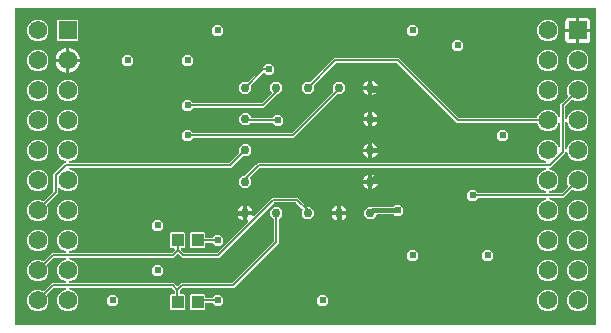
<source format=gbr>
G04 EAGLE Gerber RS-274X export*
G75*
%MOMM*%
%FSLAX34Y34*%
%LPD*%
%INTop Copper*%
%IPPOS*%
%AMOC8*
5,1,8,0,0,1.08239X$1,22.5*%
G01*
%ADD10R,1.575000X1.575000*%
%ADD11C,1.575000*%
%ADD12C,0.762000*%
%ADD13R,1.000000X1.100000*%
%ADD14C,0.406400*%
%ADD15C,0.610000*%
%ADD16C,0.152400*%

G36*
X493937Y2004D02*
X493937Y2004D01*
X493957Y2002D01*
X494058Y2024D01*
X494160Y2040D01*
X494178Y2050D01*
X494197Y2054D01*
X494286Y2107D01*
X494377Y2156D01*
X494391Y2170D01*
X494408Y2180D01*
X494476Y2259D01*
X494547Y2334D01*
X494555Y2352D01*
X494568Y2367D01*
X494607Y2463D01*
X494650Y2557D01*
X494653Y2577D01*
X494660Y2595D01*
X494678Y2762D01*
X494678Y270062D01*
X494675Y270082D01*
X494677Y270101D01*
X494655Y270203D01*
X494639Y270305D01*
X494629Y270322D01*
X494625Y270342D01*
X494572Y270431D01*
X494524Y270522D01*
X494509Y270536D01*
X494499Y270553D01*
X494420Y270620D01*
X494345Y270691D01*
X494327Y270700D01*
X494312Y270713D01*
X494216Y270752D01*
X494122Y270795D01*
X494102Y270797D01*
X494084Y270805D01*
X493917Y270823D01*
X2762Y270823D01*
X2742Y270820D01*
X2723Y270822D01*
X2621Y270800D01*
X2519Y270783D01*
X2502Y270774D01*
X2482Y270770D01*
X2393Y270717D01*
X2302Y270668D01*
X2288Y270654D01*
X2271Y270644D01*
X2204Y270565D01*
X2132Y270490D01*
X2124Y270472D01*
X2111Y270457D01*
X2072Y270361D01*
X2029Y270267D01*
X2027Y270247D01*
X2019Y270229D01*
X2001Y270062D01*
X2001Y2762D01*
X2004Y2742D01*
X2002Y2723D01*
X2024Y2621D01*
X2040Y2519D01*
X2050Y2502D01*
X2054Y2482D01*
X2107Y2393D01*
X2156Y2302D01*
X2170Y2288D01*
X2180Y2271D01*
X2259Y2204D01*
X2334Y2132D01*
X2352Y2124D01*
X2367Y2111D01*
X2463Y2072D01*
X2557Y2029D01*
X2577Y2027D01*
X2595Y2019D01*
X2762Y2001D01*
X493917Y2001D01*
X493937Y2004D01*
G37*
%LPC*%
G36*
X451571Y89914D02*
X451571Y89914D01*
X448209Y91307D01*
X445637Y93879D01*
X444244Y97241D01*
X444244Y100879D01*
X445637Y104241D01*
X448209Y106813D01*
X451708Y108263D01*
X451791Y108314D01*
X451877Y108360D01*
X451895Y108379D01*
X451917Y108392D01*
X451980Y108467D01*
X452047Y108538D01*
X452058Y108562D01*
X452074Y108582D01*
X452109Y108673D01*
X452150Y108761D01*
X452153Y108787D01*
X452162Y108811D01*
X452167Y108909D01*
X452177Y109005D01*
X452172Y109031D01*
X452173Y109057D01*
X452146Y109151D01*
X452125Y109246D01*
X452112Y109268D01*
X452104Y109293D01*
X452049Y109373D01*
X451999Y109457D01*
X451979Y109474D01*
X451964Y109495D01*
X451886Y109554D01*
X451812Y109617D01*
X451788Y109627D01*
X451767Y109642D01*
X451674Y109672D01*
X451584Y109709D01*
X451551Y109712D01*
X451533Y109718D01*
X451500Y109718D01*
X451417Y109727D01*
X394642Y109727D01*
X394552Y109713D01*
X394461Y109705D01*
X394431Y109693D01*
X394399Y109688D01*
X394319Y109645D01*
X394235Y109609D01*
X394203Y109583D01*
X394182Y109572D01*
X394160Y109549D01*
X394104Y109504D01*
X391785Y107185D01*
X387995Y107185D01*
X385315Y109865D01*
X385315Y113655D01*
X387995Y116335D01*
X391785Y116335D01*
X394104Y114016D01*
X394178Y113963D01*
X394247Y113903D01*
X394278Y113891D01*
X394304Y113872D01*
X394391Y113845D01*
X394476Y113811D01*
X394516Y113807D01*
X394539Y113800D01*
X394571Y113801D01*
X394642Y113793D01*
X451417Y113793D01*
X451513Y113808D01*
X451610Y113818D01*
X451634Y113828D01*
X451660Y113832D01*
X451746Y113878D01*
X451835Y113918D01*
X451854Y113935D01*
X451877Y113948D01*
X451944Y114018D01*
X452016Y114084D01*
X452029Y114107D01*
X452047Y114126D01*
X452088Y114214D01*
X452135Y114300D01*
X452139Y114325D01*
X452150Y114349D01*
X452161Y114446D01*
X452178Y114542D01*
X452174Y114568D01*
X452177Y114593D01*
X452157Y114689D01*
X452142Y114785D01*
X452131Y114808D01*
X452125Y114834D01*
X452075Y114917D01*
X452031Y115004D01*
X452012Y115023D01*
X451999Y115045D01*
X451925Y115108D01*
X451855Y115176D01*
X451827Y115192D01*
X451812Y115205D01*
X451781Y115217D01*
X451708Y115257D01*
X448209Y116707D01*
X445637Y119279D01*
X444244Y122641D01*
X444244Y126279D01*
X445637Y129641D01*
X448209Y132213D01*
X451708Y133663D01*
X451791Y133714D01*
X451877Y133760D01*
X451895Y133779D01*
X451917Y133792D01*
X451980Y133867D01*
X452047Y133938D01*
X452058Y133962D01*
X452074Y133982D01*
X452109Y134073D01*
X452150Y134161D01*
X452153Y134187D01*
X452162Y134211D01*
X452167Y134309D01*
X452177Y134405D01*
X452172Y134431D01*
X452173Y134457D01*
X452146Y134551D01*
X452125Y134646D01*
X452112Y134668D01*
X452104Y134693D01*
X452049Y134773D01*
X451999Y134857D01*
X451979Y134874D01*
X451964Y134895D01*
X451886Y134954D01*
X451812Y135017D01*
X451788Y135027D01*
X451767Y135042D01*
X451674Y135072D01*
X451584Y135109D01*
X451551Y135112D01*
X451533Y135118D01*
X451500Y135118D01*
X451417Y135127D01*
X209947Y135127D01*
X209857Y135113D01*
X209766Y135105D01*
X209737Y135093D01*
X209705Y135088D01*
X209624Y135045D01*
X209540Y135009D01*
X209508Y134983D01*
X209487Y134972D01*
X209465Y134949D01*
X209409Y134904D01*
X201658Y127154D01*
X201647Y127137D01*
X201631Y127125D01*
X201575Y127038D01*
X201515Y126954D01*
X201509Y126935D01*
X201498Y126918D01*
X201473Y126817D01*
X201442Y126719D01*
X201443Y126699D01*
X201438Y126679D01*
X201446Y126577D01*
X201449Y126473D01*
X201456Y126454D01*
X201457Y126434D01*
X201497Y126340D01*
X201533Y126242D01*
X201546Y126226D01*
X201553Y126208D01*
X201658Y126077D01*
X202271Y125465D01*
X202271Y121255D01*
X199295Y118279D01*
X195085Y118279D01*
X192109Y121255D01*
X192109Y125465D01*
X195085Y128441D01*
X196881Y128441D01*
X196971Y128455D01*
X197062Y128463D01*
X197091Y128475D01*
X197123Y128480D01*
X197204Y128523D01*
X197288Y128559D01*
X197320Y128585D01*
X197341Y128596D01*
X197363Y128619D01*
X197419Y128664D01*
X206534Y137779D01*
X207948Y139193D01*
X451417Y139193D01*
X451513Y139208D01*
X451610Y139218D01*
X451634Y139228D01*
X451660Y139232D01*
X451746Y139278D01*
X451835Y139318D01*
X451854Y139335D01*
X451877Y139348D01*
X451944Y139418D01*
X452016Y139484D01*
X452029Y139507D01*
X452047Y139526D01*
X452088Y139614D01*
X452135Y139700D01*
X452139Y139725D01*
X452150Y139749D01*
X452161Y139846D01*
X452178Y139942D01*
X452174Y139968D01*
X452177Y139993D01*
X452157Y140089D01*
X452142Y140185D01*
X452131Y140208D01*
X452125Y140234D01*
X452075Y140317D01*
X452031Y140404D01*
X452012Y140423D01*
X451999Y140445D01*
X451925Y140508D01*
X451855Y140576D01*
X451827Y140592D01*
X451812Y140605D01*
X451781Y140617D01*
X451708Y140657D01*
X448209Y142107D01*
X445637Y144679D01*
X444244Y148041D01*
X444244Y151679D01*
X445637Y155041D01*
X448209Y157613D01*
X451571Y159006D01*
X455209Y159006D01*
X458571Y157613D01*
X461143Y155041D01*
X462593Y151542D01*
X462644Y151459D01*
X462690Y151373D01*
X462709Y151355D01*
X462722Y151333D01*
X462797Y151270D01*
X462868Y151203D01*
X462892Y151192D01*
X462912Y151176D01*
X463003Y151141D01*
X463091Y151100D01*
X463117Y151097D01*
X463141Y151088D01*
X463239Y151083D01*
X463335Y151073D01*
X463361Y151078D01*
X463387Y151077D01*
X463481Y151104D01*
X463576Y151125D01*
X463598Y151138D01*
X463623Y151146D01*
X463703Y151201D01*
X463787Y151251D01*
X463804Y151271D01*
X463825Y151286D01*
X463884Y151364D01*
X463947Y151438D01*
X463957Y151462D01*
X463972Y151483D01*
X464002Y151576D01*
X464039Y151666D01*
X464042Y151699D01*
X464048Y151717D01*
X464048Y151750D01*
X464057Y151833D01*
X464057Y173287D01*
X464054Y173305D01*
X464056Y173321D01*
X464041Y173394D01*
X464032Y173480D01*
X464022Y173504D01*
X464018Y173530D01*
X464006Y173551D01*
X464004Y173562D01*
X463974Y173611D01*
X463972Y173616D01*
X463932Y173705D01*
X463915Y173724D01*
X463902Y173747D01*
X463881Y173768D01*
X463878Y173773D01*
X463853Y173794D01*
X463832Y173814D01*
X463766Y173886D01*
X463743Y173899D01*
X463724Y173917D01*
X463693Y173931D01*
X463691Y173933D01*
X463677Y173938D01*
X463636Y173958D01*
X463550Y174005D01*
X463525Y174009D01*
X463501Y174020D01*
X463464Y174024D01*
X463463Y174025D01*
X463400Y174032D01*
X463308Y174048D01*
X463282Y174044D01*
X463257Y174047D01*
X463161Y174027D01*
X463065Y174012D01*
X463042Y174001D01*
X463016Y173995D01*
X462933Y173945D01*
X462846Y173901D01*
X462827Y173882D01*
X462805Y173869D01*
X462742Y173795D01*
X462674Y173725D01*
X462666Y173712D01*
X462664Y173710D01*
X462660Y173701D01*
X462658Y173697D01*
X462645Y173682D01*
X462633Y173651D01*
X462593Y173578D01*
X461143Y170079D01*
X458571Y167507D01*
X455209Y166114D01*
X451571Y166114D01*
X448209Y167507D01*
X445637Y170079D01*
X444527Y172757D01*
X444466Y172857D01*
X444406Y172957D01*
X444401Y172961D01*
X444398Y172966D01*
X444308Y173041D01*
X444219Y173117D01*
X444213Y173119D01*
X444208Y173123D01*
X444100Y173165D01*
X443991Y173209D01*
X443983Y173210D01*
X443979Y173211D01*
X443960Y173212D01*
X443824Y173227D01*
X376348Y173227D01*
X325771Y223804D01*
X325697Y223857D01*
X325628Y223917D01*
X325597Y223929D01*
X325571Y223948D01*
X325484Y223975D01*
X325399Y224009D01*
X325358Y224013D01*
X325336Y224020D01*
X325304Y224019D01*
X325233Y224027D01*
X274547Y224027D01*
X274457Y224013D01*
X274366Y224005D01*
X274337Y223993D01*
X274305Y223988D01*
X274224Y223945D01*
X274140Y223909D01*
X274108Y223883D01*
X274087Y223872D01*
X274065Y223849D01*
X274009Y223804D01*
X255494Y205289D01*
X255441Y205215D01*
X255381Y205146D01*
X255369Y205115D01*
X255350Y205089D01*
X255323Y205002D01*
X255289Y204917D01*
X255285Y204876D01*
X255278Y204854D01*
X255279Y204822D01*
X255271Y204751D01*
X255271Y200755D01*
X252295Y197779D01*
X248085Y197779D01*
X245109Y200755D01*
X245109Y204965D01*
X248085Y207941D01*
X252081Y207941D01*
X252171Y207955D01*
X252262Y207963D01*
X252291Y207975D01*
X252323Y207980D01*
X252404Y208023D01*
X252488Y208059D01*
X252520Y208085D01*
X252541Y208096D01*
X252563Y208119D01*
X252619Y208164D01*
X272548Y228093D01*
X327232Y228093D01*
X377809Y177516D01*
X377883Y177463D01*
X377952Y177403D01*
X377983Y177391D01*
X378009Y177372D01*
X378096Y177345D01*
X378181Y177311D01*
X378222Y177307D01*
X378244Y177300D01*
X378276Y177301D01*
X378347Y177293D01*
X443824Y177293D01*
X443939Y177312D01*
X444055Y177329D01*
X444061Y177331D01*
X444067Y177332D01*
X444169Y177387D01*
X444274Y177440D01*
X444279Y177445D01*
X444284Y177448D01*
X444364Y177532D01*
X444447Y177616D01*
X444450Y177622D01*
X444454Y177626D01*
X444461Y177643D01*
X444527Y177763D01*
X445637Y180441D01*
X448209Y183013D01*
X451571Y184406D01*
X455209Y184406D01*
X458571Y183013D01*
X461143Y180441D01*
X462593Y176942D01*
X462644Y176859D01*
X462690Y176773D01*
X462709Y176755D01*
X462722Y176733D01*
X462797Y176670D01*
X462868Y176603D01*
X462892Y176592D01*
X462912Y176576D01*
X463003Y176541D01*
X463091Y176500D01*
X463117Y176497D01*
X463141Y176488D01*
X463239Y176483D01*
X463335Y176473D01*
X463361Y176478D01*
X463387Y176477D01*
X463481Y176504D01*
X463576Y176525D01*
X463598Y176538D01*
X463623Y176546D01*
X463703Y176601D01*
X463787Y176651D01*
X463804Y176671D01*
X463825Y176686D01*
X463884Y176764D01*
X463947Y176838D01*
X463957Y176862D01*
X463972Y176883D01*
X464002Y176976D01*
X464039Y177066D01*
X464042Y177099D01*
X464048Y177117D01*
X464048Y177150D01*
X464057Y177233D01*
X464057Y188802D01*
X465471Y190216D01*
X470589Y195333D01*
X470657Y195428D01*
X470726Y195522D01*
X470728Y195528D01*
X470732Y195533D01*
X470766Y195644D01*
X470803Y195756D01*
X470803Y195762D01*
X470804Y195768D01*
X470801Y195885D01*
X470800Y196002D01*
X470798Y196009D01*
X470798Y196014D01*
X470792Y196031D01*
X470754Y196163D01*
X469644Y198841D01*
X469644Y202479D01*
X471037Y205841D01*
X473609Y208413D01*
X476971Y209806D01*
X480609Y209806D01*
X483971Y208413D01*
X486543Y205841D01*
X487936Y202479D01*
X487936Y198841D01*
X486543Y195479D01*
X483971Y192907D01*
X480609Y191514D01*
X476971Y191514D01*
X474293Y192624D01*
X474179Y192650D01*
X474066Y192679D01*
X474059Y192678D01*
X474053Y192680D01*
X473937Y192669D01*
X473821Y192660D01*
X473815Y192657D01*
X473808Y192657D01*
X473701Y192609D01*
X473594Y192563D01*
X473588Y192559D01*
X473584Y192557D01*
X473570Y192544D01*
X473463Y192459D01*
X468346Y187341D01*
X468293Y187267D01*
X468233Y187198D01*
X468221Y187167D01*
X468202Y187141D01*
X468175Y187054D01*
X468141Y186969D01*
X468137Y186928D01*
X468130Y186906D01*
X468131Y186874D01*
X468123Y186803D01*
X468123Y177233D01*
X468138Y177137D01*
X468148Y177040D01*
X468158Y177016D01*
X468162Y176990D01*
X468208Y176904D01*
X468248Y176815D01*
X468265Y176796D01*
X468278Y176773D01*
X468348Y176706D01*
X468414Y176634D01*
X468437Y176621D01*
X468456Y176603D01*
X468544Y176562D01*
X468630Y176515D01*
X468655Y176511D01*
X468679Y176500D01*
X468776Y176489D01*
X468872Y176472D01*
X468898Y176476D01*
X468923Y176473D01*
X469019Y176493D01*
X469115Y176508D01*
X469138Y176519D01*
X469164Y176525D01*
X469247Y176575D01*
X469334Y176619D01*
X469353Y176638D01*
X469375Y176651D01*
X469438Y176725D01*
X469506Y176795D01*
X469522Y176823D01*
X469535Y176838D01*
X469547Y176869D01*
X469587Y176942D01*
X471037Y180441D01*
X473609Y183013D01*
X476971Y184406D01*
X480609Y184406D01*
X483971Y183013D01*
X486543Y180441D01*
X487936Y177079D01*
X487936Y173441D01*
X486543Y170079D01*
X483971Y167507D01*
X480609Y166114D01*
X476971Y166114D01*
X473609Y167507D01*
X471037Y170079D01*
X469587Y173578D01*
X469536Y173661D01*
X469490Y173747D01*
X469474Y173763D01*
X469468Y173773D01*
X469465Y173775D01*
X469458Y173787D01*
X469383Y173850D01*
X469312Y173917D01*
X469288Y173928D01*
X469268Y173944D01*
X469177Y173979D01*
X469089Y174020D01*
X469063Y174023D01*
X469039Y174032D01*
X468949Y174036D01*
X468886Y174043D01*
X468884Y174043D01*
X468883Y174043D01*
X468845Y174047D01*
X468819Y174042D01*
X468793Y174043D01*
X468699Y174016D01*
X468648Y174005D01*
X468641Y174003D01*
X468640Y174003D01*
X468604Y173995D01*
X468582Y173982D01*
X468557Y173974D01*
X468477Y173919D01*
X468441Y173897D01*
X468424Y173888D01*
X468421Y173886D01*
X468393Y173869D01*
X468376Y173849D01*
X468355Y173834D01*
X468296Y173756D01*
X468282Y173739D01*
X468254Y173710D01*
X468251Y173703D01*
X468233Y173682D01*
X468223Y173658D01*
X468208Y173637D01*
X468178Y173546D01*
X468151Y173487D01*
X468149Y173474D01*
X468141Y173454D01*
X468138Y173421D01*
X468132Y173403D01*
X468132Y173370D01*
X468123Y173287D01*
X468123Y151833D01*
X468138Y151737D01*
X468148Y151640D01*
X468158Y151616D01*
X468162Y151590D01*
X468208Y151504D01*
X468248Y151415D01*
X468265Y151396D01*
X468278Y151373D01*
X468348Y151306D01*
X468414Y151234D01*
X468437Y151221D01*
X468456Y151203D01*
X468544Y151162D01*
X468630Y151115D01*
X468655Y151111D01*
X468679Y151100D01*
X468776Y151089D01*
X468872Y151072D01*
X468898Y151076D01*
X468923Y151073D01*
X469019Y151093D01*
X469115Y151108D01*
X469138Y151119D01*
X469164Y151125D01*
X469247Y151175D01*
X469334Y151219D01*
X469353Y151238D01*
X469375Y151251D01*
X469438Y151325D01*
X469506Y151395D01*
X469522Y151423D01*
X469535Y151438D01*
X469547Y151469D01*
X469587Y151542D01*
X471037Y155041D01*
X473609Y157613D01*
X476971Y159006D01*
X480609Y159006D01*
X483971Y157613D01*
X486543Y155041D01*
X487936Y151679D01*
X487936Y148041D01*
X486543Y144679D01*
X483971Y142107D01*
X480609Y140714D01*
X476971Y140714D01*
X473609Y142107D01*
X471037Y144679D01*
X469587Y148178D01*
X469536Y148261D01*
X469490Y148347D01*
X469471Y148365D01*
X469458Y148387D01*
X469383Y148450D01*
X469312Y148517D01*
X469288Y148528D01*
X469268Y148544D01*
X469177Y148579D01*
X469089Y148620D01*
X469063Y148623D01*
X469039Y148632D01*
X468941Y148637D01*
X468845Y148647D01*
X468819Y148642D01*
X468793Y148643D01*
X468699Y148616D01*
X468604Y148595D01*
X468582Y148582D01*
X468557Y148574D01*
X468477Y148519D01*
X468393Y148469D01*
X468376Y148449D01*
X468355Y148434D01*
X468296Y148356D01*
X468233Y148282D01*
X468223Y148258D01*
X468208Y148237D01*
X468178Y148144D01*
X468141Y148054D01*
X468138Y148021D01*
X468132Y148003D01*
X468132Y147970D01*
X468123Y147887D01*
X468123Y147348D01*
X455902Y135127D01*
X455363Y135127D01*
X455267Y135112D01*
X455170Y135102D01*
X455146Y135092D01*
X455120Y135088D01*
X455034Y135042D01*
X454945Y135002D01*
X454926Y134985D01*
X454903Y134972D01*
X454836Y134902D01*
X454764Y134836D01*
X454751Y134813D01*
X454733Y134794D01*
X454692Y134706D01*
X454645Y134620D01*
X454641Y134595D01*
X454630Y134571D01*
X454619Y134474D01*
X454602Y134378D01*
X454606Y134352D01*
X454603Y134327D01*
X454623Y134231D01*
X454638Y134135D01*
X454649Y134112D01*
X454655Y134086D01*
X454705Y134003D01*
X454749Y133916D01*
X454768Y133897D01*
X454781Y133875D01*
X454855Y133812D01*
X454925Y133744D01*
X454953Y133728D01*
X454968Y133715D01*
X454999Y133703D01*
X455072Y133663D01*
X458571Y132213D01*
X461143Y129641D01*
X462536Y126279D01*
X462536Y122641D01*
X461143Y119279D01*
X458571Y116707D01*
X455072Y115257D01*
X454989Y115206D01*
X454903Y115160D01*
X454885Y115141D01*
X454863Y115128D01*
X454800Y115053D01*
X454733Y114982D01*
X454722Y114958D01*
X454706Y114938D01*
X454671Y114847D01*
X454630Y114759D01*
X454627Y114733D01*
X454618Y114709D01*
X454613Y114611D01*
X454603Y114515D01*
X454608Y114489D01*
X454607Y114463D01*
X454634Y114369D01*
X454655Y114274D01*
X454668Y114252D01*
X454676Y114227D01*
X454731Y114147D01*
X454781Y114063D01*
X454801Y114046D01*
X454816Y114025D01*
X454894Y113966D01*
X454968Y113903D01*
X454992Y113893D01*
X455013Y113878D01*
X455106Y113848D01*
X455196Y113811D01*
X455229Y113808D01*
X455247Y113802D01*
X455280Y113802D01*
X455363Y113793D01*
X464933Y113793D01*
X465023Y113807D01*
X465114Y113815D01*
X465143Y113827D01*
X465175Y113832D01*
X465256Y113875D01*
X465340Y113911D01*
X465372Y113937D01*
X465393Y113948D01*
X465415Y113971D01*
X465471Y114016D01*
X470589Y119133D01*
X470657Y119228D01*
X470726Y119322D01*
X470728Y119328D01*
X470732Y119333D01*
X470766Y119444D01*
X470803Y119556D01*
X470803Y119562D01*
X470804Y119568D01*
X470801Y119685D01*
X470800Y119802D01*
X470798Y119809D01*
X470798Y119814D01*
X470792Y119831D01*
X470754Y119963D01*
X469644Y122641D01*
X469644Y126279D01*
X471037Y129641D01*
X473609Y132213D01*
X476971Y133606D01*
X480609Y133606D01*
X483971Y132213D01*
X486543Y129641D01*
X487936Y126279D01*
X487936Y122641D01*
X486543Y119279D01*
X483971Y116707D01*
X480609Y115314D01*
X476971Y115314D01*
X474293Y116424D01*
X474179Y116450D01*
X474066Y116479D01*
X474059Y116478D01*
X474053Y116480D01*
X473937Y116469D01*
X473821Y116460D01*
X473815Y116457D01*
X473808Y116457D01*
X473701Y116409D01*
X473594Y116363D01*
X473588Y116359D01*
X473584Y116357D01*
X473570Y116344D01*
X473463Y116259D01*
X468346Y111141D01*
X466932Y109727D01*
X455363Y109727D01*
X455267Y109712D01*
X455170Y109702D01*
X455146Y109692D01*
X455120Y109688D01*
X455034Y109642D01*
X454945Y109602D01*
X454926Y109585D01*
X454903Y109572D01*
X454836Y109502D01*
X454764Y109436D01*
X454751Y109413D01*
X454733Y109394D01*
X454692Y109306D01*
X454645Y109220D01*
X454641Y109195D01*
X454630Y109171D01*
X454619Y109074D01*
X454602Y108978D01*
X454606Y108952D01*
X454603Y108927D01*
X454623Y108831D01*
X454638Y108735D01*
X454649Y108712D01*
X454655Y108686D01*
X454705Y108603D01*
X454749Y108516D01*
X454768Y108497D01*
X454781Y108475D01*
X454855Y108412D01*
X454925Y108344D01*
X454953Y108328D01*
X454968Y108315D01*
X454999Y108303D01*
X455072Y108263D01*
X458571Y106813D01*
X461143Y104241D01*
X462536Y100879D01*
X462536Y97241D01*
X461143Y93879D01*
X458571Y91307D01*
X455209Y89914D01*
X451571Y89914D01*
G37*
%LPD*%
%LPC*%
G36*
X19771Y13714D02*
X19771Y13714D01*
X16409Y15107D01*
X13837Y17679D01*
X12444Y21041D01*
X12444Y24679D01*
X13837Y28041D01*
X16409Y30613D01*
X19771Y32006D01*
X23409Y32006D01*
X26087Y30896D01*
X26201Y30870D01*
X26314Y30841D01*
X26321Y30842D01*
X26327Y30840D01*
X26443Y30851D01*
X26559Y30860D01*
X26565Y30863D01*
X26572Y30863D01*
X26679Y30911D01*
X26786Y30957D01*
X26792Y30961D01*
X26796Y30963D01*
X26810Y30976D01*
X26917Y31061D01*
X33448Y37593D01*
X45017Y37593D01*
X45113Y37608D01*
X45210Y37618D01*
X45234Y37628D01*
X45260Y37632D01*
X45346Y37678D01*
X45435Y37718D01*
X45454Y37735D01*
X45477Y37748D01*
X45544Y37818D01*
X45616Y37884D01*
X45629Y37907D01*
X45647Y37926D01*
X45688Y38014D01*
X45735Y38100D01*
X45739Y38125D01*
X45750Y38149D01*
X45761Y38246D01*
X45778Y38342D01*
X45774Y38368D01*
X45777Y38393D01*
X45757Y38489D01*
X45742Y38585D01*
X45731Y38608D01*
X45725Y38634D01*
X45675Y38717D01*
X45631Y38804D01*
X45612Y38823D01*
X45599Y38845D01*
X45525Y38908D01*
X45455Y38976D01*
X45427Y38992D01*
X45412Y39005D01*
X45381Y39017D01*
X45308Y39057D01*
X41809Y40507D01*
X39237Y43079D01*
X37844Y46441D01*
X37844Y50079D01*
X39237Y53441D01*
X41809Y56013D01*
X45308Y57463D01*
X45391Y57514D01*
X45477Y57560D01*
X45495Y57579D01*
X45517Y57592D01*
X45579Y57667D01*
X45647Y57738D01*
X45658Y57762D01*
X45674Y57782D01*
X45709Y57873D01*
X45750Y57961D01*
X45753Y57987D01*
X45762Y58011D01*
X45767Y58109D01*
X45777Y58205D01*
X45772Y58231D01*
X45773Y58257D01*
X45746Y58351D01*
X45725Y58446D01*
X45712Y58468D01*
X45704Y58493D01*
X45649Y58573D01*
X45599Y58657D01*
X45579Y58674D01*
X45564Y58695D01*
X45486Y58754D01*
X45412Y58817D01*
X45388Y58827D01*
X45367Y58842D01*
X45274Y58872D01*
X45184Y58909D01*
X45151Y58912D01*
X45133Y58918D01*
X45100Y58918D01*
X45017Y58927D01*
X35447Y58927D01*
X35357Y58913D01*
X35266Y58905D01*
X35237Y58893D01*
X35205Y58888D01*
X35124Y58845D01*
X35040Y58809D01*
X35008Y58783D01*
X34987Y58772D01*
X34965Y58749D01*
X34909Y58704D01*
X29791Y53587D01*
X29723Y53492D01*
X29654Y53398D01*
X29652Y53392D01*
X29648Y53387D01*
X29613Y53275D01*
X29577Y53164D01*
X29577Y53158D01*
X29576Y53152D01*
X29579Y53035D01*
X29580Y52918D01*
X29582Y52911D01*
X29582Y52906D01*
X29588Y52889D01*
X29626Y52757D01*
X30736Y50079D01*
X30736Y46441D01*
X29343Y43079D01*
X26771Y40507D01*
X23409Y39114D01*
X19771Y39114D01*
X16409Y40507D01*
X13837Y43079D01*
X12444Y46441D01*
X12444Y50079D01*
X13837Y53441D01*
X16409Y56013D01*
X19771Y57406D01*
X23409Y57406D01*
X26087Y56296D01*
X26201Y56270D01*
X26314Y56241D01*
X26321Y56242D01*
X26327Y56240D01*
X26443Y56251D01*
X26559Y56260D01*
X26565Y56263D01*
X26572Y56263D01*
X26679Y56311D01*
X26786Y56357D01*
X26792Y56361D01*
X26796Y56363D01*
X26810Y56376D01*
X26917Y56461D01*
X32034Y61579D01*
X33448Y62993D01*
X45017Y62993D01*
X45113Y63008D01*
X45210Y63018D01*
X45234Y63028D01*
X45260Y63032D01*
X45346Y63078D01*
X45435Y63118D01*
X45454Y63135D01*
X45477Y63148D01*
X45544Y63218D01*
X45616Y63284D01*
X45629Y63307D01*
X45647Y63326D01*
X45688Y63414D01*
X45735Y63500D01*
X45739Y63525D01*
X45750Y63549D01*
X45761Y63646D01*
X45778Y63742D01*
X45774Y63768D01*
X45777Y63793D01*
X45757Y63889D01*
X45742Y63985D01*
X45731Y64008D01*
X45725Y64034D01*
X45675Y64117D01*
X45631Y64204D01*
X45612Y64223D01*
X45599Y64245D01*
X45525Y64308D01*
X45455Y64376D01*
X45427Y64392D01*
X45412Y64405D01*
X45381Y64417D01*
X45308Y64457D01*
X41809Y65907D01*
X39237Y68479D01*
X37844Y71841D01*
X37844Y75479D01*
X39237Y78841D01*
X41809Y81413D01*
X45171Y82806D01*
X48809Y82806D01*
X52171Y81413D01*
X54743Y78841D01*
X56136Y75479D01*
X56136Y71841D01*
X54743Y68479D01*
X52171Y65907D01*
X48672Y64457D01*
X48589Y64406D01*
X48503Y64360D01*
X48485Y64341D01*
X48463Y64328D01*
X48400Y64253D01*
X48333Y64182D01*
X48322Y64158D01*
X48306Y64138D01*
X48271Y64047D01*
X48230Y63959D01*
X48227Y63933D01*
X48218Y63909D01*
X48213Y63811D01*
X48203Y63715D01*
X48208Y63689D01*
X48207Y63663D01*
X48234Y63569D01*
X48255Y63474D01*
X48268Y63452D01*
X48276Y63427D01*
X48331Y63347D01*
X48381Y63263D01*
X48401Y63246D01*
X48416Y63225D01*
X48494Y63166D01*
X48568Y63103D01*
X48592Y63093D01*
X48613Y63078D01*
X48706Y63048D01*
X48796Y63011D01*
X48829Y63008D01*
X48847Y63002D01*
X48880Y63002D01*
X48963Y62993D01*
X134733Y62993D01*
X134823Y63007D01*
X134914Y63015D01*
X134943Y63027D01*
X134975Y63032D01*
X135056Y63075D01*
X135140Y63111D01*
X135172Y63137D01*
X135193Y63148D01*
X135215Y63171D01*
X135271Y63216D01*
X137645Y65590D01*
X137687Y65648D01*
X137736Y65700D01*
X137758Y65747D01*
X137789Y65789D01*
X137810Y65858D01*
X137840Y65923D01*
X137846Y65975D01*
X137861Y66025D01*
X137859Y66096D01*
X137867Y66167D01*
X137856Y66218D01*
X137855Y66270D01*
X137830Y66338D01*
X137815Y66408D01*
X137788Y66452D01*
X137770Y66501D01*
X137725Y66557D01*
X137689Y66619D01*
X137649Y66653D01*
X137616Y66693D01*
X137556Y66732D01*
X137502Y66779D01*
X137453Y66798D01*
X137409Y66826D01*
X137340Y66844D01*
X137273Y66871D01*
X137202Y66879D01*
X137171Y66887D01*
X137148Y66885D01*
X137107Y66889D01*
X134564Y66889D01*
X133819Y67634D01*
X133819Y79686D01*
X134564Y80431D01*
X145616Y80431D01*
X146361Y79686D01*
X146361Y67634D01*
X145616Y66889D01*
X143563Y66889D01*
X143493Y66878D01*
X143421Y66876D01*
X143372Y66858D01*
X143321Y66850D01*
X143257Y66816D01*
X143190Y66791D01*
X143149Y66759D01*
X143103Y66734D01*
X143054Y66682D01*
X142998Y66638D01*
X142970Y66594D01*
X142934Y66556D01*
X142904Y66491D01*
X142865Y66431D01*
X142852Y66380D01*
X142830Y66333D01*
X142822Y66262D01*
X142805Y66192D01*
X142809Y66140D01*
X142803Y66089D01*
X142818Y66018D01*
X142824Y65947D01*
X142844Y65899D01*
X142855Y65848D01*
X142892Y65787D01*
X142920Y65721D01*
X142965Y65665D01*
X142981Y65637D01*
X142999Y65622D01*
X143025Y65590D01*
X145399Y63216D01*
X145473Y63163D01*
X145542Y63103D01*
X145573Y63091D01*
X145599Y63072D01*
X145686Y63045D01*
X145771Y63011D01*
X145812Y63007D01*
X145834Y63000D01*
X145866Y63001D01*
X145937Y62993D01*
X172833Y62993D01*
X172923Y63007D01*
X173014Y63015D01*
X173043Y63027D01*
X173075Y63032D01*
X173156Y63075D01*
X173240Y63111D01*
X173272Y63137D01*
X173293Y63148D01*
X173315Y63171D01*
X173371Y63216D01*
X199597Y89442D01*
X199611Y89461D01*
X199629Y89476D01*
X199683Y89561D01*
X199741Y89642D01*
X199748Y89664D01*
X199760Y89683D01*
X199784Y89781D01*
X199813Y89877D01*
X199813Y89900D01*
X199818Y89922D01*
X199810Y90022D01*
X199807Y90123D01*
X199799Y90145D01*
X199797Y90168D01*
X199757Y90259D01*
X199723Y90354D01*
X199708Y90372D01*
X199699Y90393D01*
X199632Y90467D01*
X199569Y90546D01*
X199549Y90558D01*
X199534Y90576D01*
X199446Y90625D01*
X199362Y90679D01*
X199340Y90685D01*
X199319Y90696D01*
X199221Y90715D01*
X199123Y90739D01*
X199100Y90737D01*
X199078Y90742D01*
X198911Y90727D01*
X198713Y90688D01*
X198713Y95337D01*
X203362Y95337D01*
X203323Y95139D01*
X203322Y95116D01*
X203315Y95094D01*
X203318Y94994D01*
X203314Y94893D01*
X203321Y94871D01*
X203322Y94848D01*
X203356Y94754D01*
X203385Y94658D01*
X203398Y94639D01*
X203406Y94617D01*
X203469Y94539D01*
X203527Y94457D01*
X203545Y94443D01*
X203560Y94425D01*
X203644Y94371D01*
X203725Y94312D01*
X203747Y94305D01*
X203767Y94292D01*
X203864Y94268D01*
X203960Y94237D01*
X203983Y94238D01*
X204005Y94232D01*
X204105Y94240D01*
X204206Y94242D01*
X204228Y94250D01*
X204250Y94251D01*
X204343Y94291D01*
X204438Y94324D01*
X204456Y94339D01*
X204477Y94348D01*
X204608Y94453D01*
X220138Y109983D01*
X242142Y109983D01*
X249961Y102164D01*
X250035Y102111D01*
X250104Y102051D01*
X250135Y102039D01*
X250161Y102020D01*
X250248Y101993D01*
X250333Y101959D01*
X250374Y101955D01*
X250396Y101948D01*
X250428Y101949D01*
X250499Y101941D01*
X252295Y101941D01*
X255271Y98965D01*
X255271Y94755D01*
X252295Y91779D01*
X248085Y91779D01*
X245109Y94755D01*
X245109Y98965D01*
X245722Y99577D01*
X245733Y99593D01*
X245749Y99606D01*
X245805Y99693D01*
X245865Y99777D01*
X245871Y99796D01*
X245882Y99812D01*
X245907Y99913D01*
X245938Y100012D01*
X245937Y100032D01*
X245942Y100051D01*
X245934Y100154D01*
X245931Y100258D01*
X245924Y100276D01*
X245923Y100296D01*
X245882Y100391D01*
X245847Y100489D01*
X245834Y100504D01*
X245827Y100523D01*
X245722Y100654D01*
X240681Y105694D01*
X240607Y105747D01*
X240538Y105807D01*
X240507Y105819D01*
X240481Y105838D01*
X240394Y105865D01*
X240309Y105899D01*
X240268Y105903D01*
X240246Y105910D01*
X240214Y105909D01*
X240143Y105917D01*
X222137Y105917D01*
X222047Y105903D01*
X221956Y105895D01*
X221927Y105883D01*
X221895Y105878D01*
X221814Y105835D01*
X221730Y105799D01*
X221698Y105773D01*
X221677Y105762D01*
X221655Y105739D01*
X221599Y105694D01*
X174832Y58927D01*
X143938Y58927D01*
X140873Y61992D01*
X140857Y62004D01*
X140845Y62019D01*
X140757Y62075D01*
X140674Y62136D01*
X140655Y62141D01*
X140638Y62152D01*
X140537Y62177D01*
X140438Y62208D01*
X140419Y62207D01*
X140399Y62212D01*
X140296Y62204D01*
X140193Y62202D01*
X140174Y62195D01*
X140154Y62193D01*
X140059Y62153D01*
X139962Y62117D01*
X139946Y62105D01*
X139928Y62097D01*
X139797Y61992D01*
X138146Y60341D01*
X136732Y58927D01*
X48963Y58927D01*
X48867Y58912D01*
X48770Y58902D01*
X48746Y58892D01*
X48720Y58888D01*
X48634Y58842D01*
X48545Y58802D01*
X48526Y58785D01*
X48503Y58772D01*
X48436Y58702D01*
X48364Y58636D01*
X48351Y58613D01*
X48333Y58594D01*
X48292Y58506D01*
X48245Y58420D01*
X48241Y58395D01*
X48230Y58371D01*
X48219Y58274D01*
X48202Y58178D01*
X48206Y58152D01*
X48203Y58127D01*
X48223Y58031D01*
X48238Y57935D01*
X48249Y57912D01*
X48255Y57886D01*
X48305Y57803D01*
X48349Y57716D01*
X48368Y57697D01*
X48381Y57675D01*
X48455Y57612D01*
X48525Y57544D01*
X48553Y57528D01*
X48568Y57515D01*
X48599Y57503D01*
X48672Y57463D01*
X52171Y56013D01*
X54743Y53441D01*
X56136Y50079D01*
X56136Y46441D01*
X54743Y43079D01*
X52171Y40507D01*
X48672Y39057D01*
X48589Y39006D01*
X48503Y38960D01*
X48485Y38941D01*
X48463Y38928D01*
X48400Y38853D01*
X48333Y38782D01*
X48322Y38758D01*
X48306Y38738D01*
X48271Y38647D01*
X48230Y38559D01*
X48227Y38533D01*
X48218Y38509D01*
X48213Y38411D01*
X48203Y38315D01*
X48208Y38289D01*
X48207Y38263D01*
X48234Y38169D01*
X48255Y38074D01*
X48268Y38052D01*
X48276Y38027D01*
X48331Y37947D01*
X48381Y37863D01*
X48401Y37846D01*
X48416Y37825D01*
X48494Y37766D01*
X48568Y37703D01*
X48592Y37693D01*
X48613Y37678D01*
X48706Y37648D01*
X48796Y37611D01*
X48829Y37608D01*
X48847Y37602D01*
X48880Y37602D01*
X48963Y37593D01*
X136732Y37593D01*
X139162Y35163D01*
X139178Y35151D01*
X139190Y35136D01*
X139278Y35080D01*
X139361Y35019D01*
X139380Y35014D01*
X139397Y35003D01*
X139498Y34978D01*
X139597Y34947D01*
X139616Y34948D01*
X139636Y34943D01*
X139739Y34951D01*
X139842Y34953D01*
X139861Y34960D01*
X139881Y34962D01*
X139976Y35002D01*
X140073Y35038D01*
X140089Y35050D01*
X140107Y35058D01*
X140238Y35163D01*
X142668Y37593D01*
X185533Y37593D01*
X185623Y37607D01*
X185714Y37615D01*
X185743Y37627D01*
X185775Y37632D01*
X185856Y37675D01*
X185940Y37711D01*
X185972Y37737D01*
X185993Y37748D01*
X186015Y37771D01*
X186071Y37816D01*
X221434Y73179D01*
X221487Y73253D01*
X221547Y73322D01*
X221559Y73353D01*
X221578Y73379D01*
X221605Y73466D01*
X221639Y73551D01*
X221643Y73592D01*
X221650Y73614D01*
X221649Y73646D01*
X221657Y73717D01*
X221657Y91392D01*
X221643Y91482D01*
X221635Y91573D01*
X221623Y91603D01*
X221618Y91635D01*
X221575Y91716D01*
X221539Y91799D01*
X221513Y91832D01*
X221502Y91852D01*
X221479Y91874D01*
X221434Y91930D01*
X218609Y94755D01*
X218609Y98965D01*
X221585Y101941D01*
X225795Y101941D01*
X228771Y98965D01*
X228771Y94755D01*
X225946Y91930D01*
X225893Y91857D01*
X225833Y91787D01*
X225821Y91757D01*
X225802Y91731D01*
X225775Y91644D01*
X225741Y91559D01*
X225737Y91518D01*
X225730Y91496D01*
X225731Y91463D01*
X225723Y91392D01*
X225723Y71718D01*
X187532Y33527D01*
X144667Y33527D01*
X144577Y33513D01*
X144486Y33505D01*
X144457Y33493D01*
X144425Y33488D01*
X144344Y33445D01*
X144260Y33409D01*
X144228Y33383D01*
X144207Y33372D01*
X144185Y33349D01*
X144129Y33304D01*
X141956Y31131D01*
X141903Y31057D01*
X141843Y30988D01*
X141831Y30957D01*
X141812Y30931D01*
X141785Y30844D01*
X141751Y30759D01*
X141747Y30718D01*
X141740Y30696D01*
X141741Y30664D01*
X141733Y30593D01*
X141733Y29122D01*
X141736Y29102D01*
X141734Y29083D01*
X141756Y28981D01*
X141772Y28879D01*
X141782Y28862D01*
X141786Y28842D01*
X141839Y28753D01*
X141888Y28662D01*
X141902Y28648D01*
X141912Y28631D01*
X141991Y28564D01*
X142066Y28492D01*
X142084Y28484D01*
X142099Y28471D01*
X142195Y28432D01*
X142289Y28389D01*
X142309Y28387D01*
X142327Y28379D01*
X142494Y28361D01*
X145616Y28361D01*
X146361Y27616D01*
X146361Y15564D01*
X145616Y14819D01*
X134564Y14819D01*
X133819Y15564D01*
X133819Y27616D01*
X134564Y28361D01*
X136906Y28361D01*
X136926Y28364D01*
X136945Y28362D01*
X137047Y28384D01*
X137149Y28400D01*
X137166Y28410D01*
X137186Y28414D01*
X137275Y28467D01*
X137366Y28516D01*
X137380Y28530D01*
X137397Y28540D01*
X137464Y28619D01*
X137536Y28694D01*
X137544Y28712D01*
X137557Y28727D01*
X137596Y28823D01*
X137639Y28917D01*
X137641Y28937D01*
X137649Y28955D01*
X137667Y29122D01*
X137667Y30593D01*
X137653Y30683D01*
X137645Y30774D01*
X137633Y30803D01*
X137628Y30835D01*
X137585Y30916D01*
X137549Y31000D01*
X137523Y31032D01*
X137512Y31053D01*
X137489Y31075D01*
X137444Y31131D01*
X135271Y33304D01*
X135197Y33357D01*
X135128Y33417D01*
X135097Y33429D01*
X135071Y33448D01*
X134984Y33475D01*
X134899Y33509D01*
X134858Y33513D01*
X134836Y33520D01*
X134804Y33519D01*
X134733Y33527D01*
X48963Y33527D01*
X48867Y33512D01*
X48770Y33502D01*
X48746Y33492D01*
X48720Y33488D01*
X48634Y33442D01*
X48545Y33402D01*
X48526Y33385D01*
X48503Y33372D01*
X48436Y33302D01*
X48364Y33236D01*
X48351Y33213D01*
X48333Y33194D01*
X48292Y33106D01*
X48245Y33020D01*
X48241Y32995D01*
X48230Y32971D01*
X48219Y32874D01*
X48202Y32778D01*
X48206Y32752D01*
X48203Y32727D01*
X48223Y32631D01*
X48238Y32535D01*
X48249Y32512D01*
X48255Y32486D01*
X48305Y32403D01*
X48349Y32316D01*
X48368Y32297D01*
X48381Y32275D01*
X48455Y32212D01*
X48525Y32144D01*
X48553Y32128D01*
X48568Y32115D01*
X48599Y32103D01*
X48672Y32063D01*
X52171Y30613D01*
X54743Y28041D01*
X56136Y24679D01*
X56136Y21041D01*
X54743Y17679D01*
X52171Y15107D01*
X48809Y13714D01*
X45171Y13714D01*
X41809Y15107D01*
X39237Y17679D01*
X37844Y21041D01*
X37844Y24679D01*
X39237Y28041D01*
X41809Y30613D01*
X45308Y32063D01*
X45391Y32114D01*
X45477Y32160D01*
X45495Y32179D01*
X45517Y32192D01*
X45580Y32267D01*
X45647Y32338D01*
X45658Y32362D01*
X45674Y32382D01*
X45709Y32473D01*
X45750Y32561D01*
X45753Y32587D01*
X45762Y32611D01*
X45767Y32709D01*
X45777Y32805D01*
X45772Y32831D01*
X45773Y32857D01*
X45746Y32951D01*
X45725Y33046D01*
X45712Y33068D01*
X45704Y33093D01*
X45649Y33173D01*
X45599Y33257D01*
X45579Y33274D01*
X45564Y33295D01*
X45486Y33354D01*
X45412Y33417D01*
X45388Y33427D01*
X45367Y33442D01*
X45274Y33472D01*
X45184Y33509D01*
X45151Y33512D01*
X45133Y33518D01*
X45100Y33518D01*
X45017Y33527D01*
X35447Y33527D01*
X35357Y33513D01*
X35266Y33505D01*
X35237Y33493D01*
X35205Y33488D01*
X35124Y33445D01*
X35040Y33409D01*
X35008Y33383D01*
X34987Y33372D01*
X34965Y33349D01*
X34909Y33304D01*
X29791Y28187D01*
X29723Y28092D01*
X29654Y27998D01*
X29652Y27992D01*
X29648Y27987D01*
X29614Y27876D01*
X29577Y27764D01*
X29577Y27758D01*
X29576Y27752D01*
X29579Y27635D01*
X29580Y27518D01*
X29582Y27511D01*
X29582Y27506D01*
X29588Y27489D01*
X29626Y27357D01*
X30736Y24679D01*
X30736Y21041D01*
X29343Y17679D01*
X26771Y15107D01*
X23409Y13714D01*
X19771Y13714D01*
G37*
%LPD*%
%LPC*%
G36*
X19771Y89914D02*
X19771Y89914D01*
X16409Y91307D01*
X13837Y93879D01*
X12444Y97241D01*
X12444Y100879D01*
X13837Y104241D01*
X16409Y106813D01*
X19771Y108206D01*
X23409Y108206D01*
X26087Y107096D01*
X26153Y107081D01*
X26176Y107072D01*
X26207Y107068D01*
X26314Y107041D01*
X26321Y107042D01*
X26327Y107040D01*
X26443Y107051D01*
X26559Y107060D01*
X26565Y107063D01*
X26572Y107063D01*
X26679Y107111D01*
X26786Y107157D01*
X26792Y107161D01*
X26796Y107163D01*
X26810Y107176D01*
X26843Y107203D01*
X26853Y107208D01*
X26864Y107219D01*
X26917Y107261D01*
X34573Y114918D01*
X34620Y114983D01*
X34635Y114999D01*
X34639Y115006D01*
X34686Y115061D01*
X34698Y115092D01*
X34717Y115118D01*
X34744Y115205D01*
X34778Y115290D01*
X34782Y115331D01*
X34789Y115353D01*
X34788Y115385D01*
X34796Y115456D01*
X34796Y129511D01*
X44478Y139193D01*
X45017Y139193D01*
X45113Y139208D01*
X45210Y139218D01*
X45234Y139228D01*
X45260Y139232D01*
X45346Y139278D01*
X45435Y139318D01*
X45454Y139335D01*
X45477Y139348D01*
X45544Y139418D01*
X45616Y139484D01*
X45629Y139507D01*
X45647Y139526D01*
X45688Y139614D01*
X45735Y139700D01*
X45739Y139725D01*
X45750Y139749D01*
X45761Y139846D01*
X45778Y139942D01*
X45774Y139968D01*
X45777Y139993D01*
X45757Y140089D01*
X45742Y140185D01*
X45731Y140208D01*
X45725Y140234D01*
X45675Y140317D01*
X45631Y140404D01*
X45612Y140423D01*
X45599Y140445D01*
X45525Y140508D01*
X45455Y140576D01*
X45427Y140592D01*
X45412Y140605D01*
X45381Y140617D01*
X45308Y140657D01*
X41809Y142107D01*
X39237Y144679D01*
X37844Y148041D01*
X37844Y151679D01*
X39237Y155041D01*
X41809Y157613D01*
X45171Y159006D01*
X48809Y159006D01*
X52171Y157613D01*
X54743Y155041D01*
X56136Y151679D01*
X56136Y148041D01*
X54743Y144679D01*
X52171Y142107D01*
X48672Y140657D01*
X48589Y140606D01*
X48503Y140560D01*
X48485Y140541D01*
X48463Y140528D01*
X48400Y140453D01*
X48333Y140382D01*
X48322Y140358D01*
X48306Y140338D01*
X48271Y140247D01*
X48230Y140159D01*
X48227Y140133D01*
X48218Y140109D01*
X48213Y140011D01*
X48203Y139915D01*
X48208Y139889D01*
X48207Y139863D01*
X48234Y139769D01*
X48255Y139674D01*
X48268Y139652D01*
X48276Y139627D01*
X48331Y139547D01*
X48381Y139463D01*
X48401Y139446D01*
X48416Y139425D01*
X48494Y139366D01*
X48568Y139303D01*
X48592Y139293D01*
X48613Y139278D01*
X48706Y139248D01*
X48796Y139211D01*
X48829Y139208D01*
X48847Y139202D01*
X48880Y139202D01*
X48963Y139193D01*
X183333Y139193D01*
X183423Y139207D01*
X183514Y139215D01*
X183543Y139227D01*
X183575Y139232D01*
X183656Y139275D01*
X183740Y139311D01*
X183772Y139337D01*
X183793Y139348D01*
X183815Y139371D01*
X183871Y139416D01*
X191886Y147431D01*
X191939Y147505D01*
X191999Y147574D01*
X192011Y147605D01*
X192030Y147631D01*
X192057Y147718D01*
X192091Y147803D01*
X192095Y147844D01*
X192102Y147866D01*
X192101Y147898D01*
X192109Y147969D01*
X192109Y151965D01*
X195085Y154941D01*
X199295Y154941D01*
X202271Y151965D01*
X202271Y147755D01*
X199295Y144779D01*
X195299Y144779D01*
X195209Y144765D01*
X195118Y144757D01*
X195089Y144745D01*
X195057Y144740D01*
X194976Y144697D01*
X194892Y144661D01*
X194860Y144635D01*
X194839Y144624D01*
X194817Y144601D01*
X194761Y144556D01*
X186746Y136541D01*
X185332Y135127D01*
X48963Y135127D01*
X48867Y135112D01*
X48770Y135102D01*
X48746Y135092D01*
X48720Y135088D01*
X48634Y135042D01*
X48545Y135002D01*
X48526Y134985D01*
X48503Y134972D01*
X48436Y134902D01*
X48364Y134836D01*
X48351Y134813D01*
X48333Y134794D01*
X48292Y134706D01*
X48245Y134620D01*
X48241Y134595D01*
X48230Y134571D01*
X48219Y134474D01*
X48202Y134378D01*
X48206Y134352D01*
X48203Y134327D01*
X48223Y134231D01*
X48238Y134135D01*
X48249Y134112D01*
X48255Y134086D01*
X48305Y134003D01*
X48349Y133916D01*
X48368Y133897D01*
X48381Y133875D01*
X48455Y133812D01*
X48525Y133744D01*
X48553Y133728D01*
X48568Y133715D01*
X48599Y133703D01*
X48672Y133663D01*
X52171Y132213D01*
X54743Y129641D01*
X56136Y126279D01*
X56136Y122641D01*
X54743Y119279D01*
X52171Y116707D01*
X48809Y115314D01*
X45171Y115314D01*
X41809Y116707D01*
X40161Y118355D01*
X40103Y118397D01*
X40051Y118446D01*
X40004Y118468D01*
X39962Y118498D01*
X39893Y118519D01*
X39828Y118550D01*
X39776Y118555D01*
X39726Y118571D01*
X39655Y118569D01*
X39584Y118577D01*
X39533Y118566D01*
X39481Y118564D01*
X39413Y118540D01*
X39343Y118524D01*
X39298Y118498D01*
X39250Y118480D01*
X39194Y118435D01*
X39132Y118398D01*
X39098Y118359D01*
X39058Y118326D01*
X39019Y118266D01*
X38972Y118211D01*
X38953Y118163D01*
X38925Y118119D01*
X38907Y118050D01*
X38880Y117983D01*
X38872Y117912D01*
X38864Y117881D01*
X38866Y117857D01*
X38862Y117816D01*
X38862Y113457D01*
X37448Y112043D01*
X29791Y104387D01*
X29723Y104292D01*
X29654Y104198D01*
X29652Y104192D01*
X29648Y104187D01*
X29614Y104076D01*
X29577Y103964D01*
X29577Y103958D01*
X29576Y103952D01*
X29579Y103835D01*
X29580Y103718D01*
X29582Y103711D01*
X29582Y103706D01*
X29588Y103689D01*
X29626Y103557D01*
X30736Y100879D01*
X30736Y97241D01*
X29343Y93879D01*
X26771Y91307D01*
X23409Y89914D01*
X19771Y89914D01*
G37*
%LPD*%
%LPC*%
G36*
X146695Y157985D02*
X146695Y157985D01*
X144015Y160665D01*
X144015Y164455D01*
X146695Y167135D01*
X150485Y167135D01*
X152804Y164816D01*
X152878Y164763D01*
X152947Y164703D01*
X152978Y164691D01*
X153004Y164672D01*
X153091Y164645D01*
X153176Y164611D01*
X153216Y164607D01*
X153239Y164600D01*
X153271Y164601D01*
X153342Y164593D01*
X236333Y164593D01*
X236423Y164607D01*
X236514Y164615D01*
X236543Y164627D01*
X236575Y164632D01*
X236656Y164675D01*
X236740Y164711D01*
X236772Y164737D01*
X236793Y164748D01*
X236815Y164771D01*
X236871Y164816D01*
X271672Y199616D01*
X271683Y199633D01*
X271699Y199645D01*
X271755Y199732D01*
X271815Y199816D01*
X271821Y199835D01*
X271832Y199852D01*
X271857Y199953D01*
X271888Y200051D01*
X271887Y200071D01*
X271892Y200091D01*
X271884Y200193D01*
X271881Y200297D01*
X271874Y200316D01*
X271873Y200336D01*
X271832Y200431D01*
X271797Y200528D01*
X271784Y200544D01*
X271777Y200562D01*
X271672Y200693D01*
X271609Y200755D01*
X271609Y204965D01*
X274585Y207941D01*
X278795Y207941D01*
X281771Y204965D01*
X281771Y200755D01*
X278795Y197779D01*
X275899Y197779D01*
X275809Y197765D01*
X275718Y197757D01*
X275689Y197745D01*
X275657Y197740D01*
X275576Y197697D01*
X275492Y197661D01*
X275460Y197635D01*
X275439Y197624D01*
X275417Y197601D01*
X275361Y197556D01*
X238332Y160527D01*
X153342Y160527D01*
X153252Y160513D01*
X153161Y160505D01*
X153131Y160493D01*
X153099Y160488D01*
X153019Y160445D01*
X152935Y160409D01*
X152903Y160383D01*
X152882Y160372D01*
X152860Y160349D01*
X152804Y160304D01*
X150485Y157985D01*
X146695Y157985D01*
G37*
%LPD*%
%LPC*%
G36*
X146695Y183385D02*
X146695Y183385D01*
X144015Y186065D01*
X144015Y189855D01*
X146695Y192535D01*
X150485Y192535D01*
X152804Y190216D01*
X152878Y190163D01*
X152947Y190103D01*
X152978Y190091D01*
X153004Y190072D01*
X153091Y190045D01*
X153176Y190011D01*
X153216Y190007D01*
X153239Y190000D01*
X153271Y190001D01*
X153342Y189993D01*
X210933Y189993D01*
X211023Y190007D01*
X211114Y190015D01*
X211143Y190027D01*
X211175Y190032D01*
X211256Y190075D01*
X211340Y190111D01*
X211372Y190137D01*
X211393Y190148D01*
X211415Y190171D01*
X211471Y190216D01*
X219772Y198516D01*
X219783Y198533D01*
X219799Y198545D01*
X219855Y198632D01*
X219915Y198716D01*
X219921Y198735D01*
X219932Y198752D01*
X219957Y198852D01*
X219988Y198951D01*
X219987Y198971D01*
X219992Y198991D01*
X219984Y199093D01*
X219981Y199197D01*
X219974Y199216D01*
X219973Y199236D01*
X219932Y199331D01*
X219897Y199428D01*
X219884Y199444D01*
X219877Y199462D01*
X219772Y199593D01*
X218609Y200755D01*
X218609Y204965D01*
X221585Y207941D01*
X225795Y207941D01*
X228771Y204965D01*
X228771Y200755D01*
X225795Y197779D01*
X225099Y197779D01*
X225009Y197765D01*
X224918Y197757D01*
X224888Y197745D01*
X224857Y197740D01*
X224776Y197697D01*
X224692Y197661D01*
X224660Y197635D01*
X224639Y197624D01*
X224617Y197601D01*
X224561Y197556D01*
X224309Y197304D01*
X212932Y185927D01*
X153342Y185927D01*
X153252Y185913D01*
X153161Y185905D01*
X153131Y185893D01*
X153099Y185888D01*
X153019Y185845D01*
X152935Y185809D01*
X152903Y185783D01*
X152882Y185772D01*
X152860Y185749D01*
X152804Y185704D01*
X150485Y183385D01*
X146695Y183385D01*
G37*
%LPD*%
%LPC*%
G36*
X38589Y242314D02*
X38589Y242314D01*
X37844Y243059D01*
X37844Y259861D01*
X38589Y260606D01*
X55391Y260606D01*
X56136Y259861D01*
X56136Y243059D01*
X55391Y242314D01*
X38589Y242314D01*
G37*
%LPD*%
%LPC*%
G36*
X19771Y166114D02*
X19771Y166114D01*
X16409Y167507D01*
X13837Y170079D01*
X12444Y173441D01*
X12444Y177079D01*
X13837Y180441D01*
X16409Y183013D01*
X19771Y184406D01*
X23409Y184406D01*
X26771Y183013D01*
X29343Y180441D01*
X30736Y177079D01*
X30736Y173441D01*
X29343Y170079D01*
X26771Y167507D01*
X23409Y166114D01*
X19771Y166114D01*
G37*
%LPD*%
%LPC*%
G36*
X19771Y242314D02*
X19771Y242314D01*
X16409Y243707D01*
X13837Y246279D01*
X12444Y249641D01*
X12444Y253279D01*
X13837Y256641D01*
X16409Y259213D01*
X19771Y260606D01*
X23409Y260606D01*
X26771Y259213D01*
X29343Y256641D01*
X30736Y253279D01*
X30736Y249641D01*
X29343Y246279D01*
X26771Y243707D01*
X23409Y242314D01*
X19771Y242314D01*
G37*
%LPD*%
%LPC*%
G36*
X451571Y242314D02*
X451571Y242314D01*
X448209Y243707D01*
X445637Y246279D01*
X444244Y249641D01*
X444244Y253279D01*
X445637Y256641D01*
X448209Y259213D01*
X451571Y260606D01*
X455209Y260606D01*
X458571Y259213D01*
X461143Y256641D01*
X462536Y253279D01*
X462536Y249641D01*
X461143Y246279D01*
X458571Y243707D01*
X455209Y242314D01*
X451571Y242314D01*
G37*
%LPD*%
%LPC*%
G36*
X45171Y89914D02*
X45171Y89914D01*
X41809Y91307D01*
X39237Y93879D01*
X37844Y97241D01*
X37844Y100879D01*
X39237Y104241D01*
X41809Y106813D01*
X45171Y108206D01*
X48809Y108206D01*
X52171Y106813D01*
X54743Y104241D01*
X56136Y100879D01*
X56136Y97241D01*
X54743Y93879D01*
X52171Y91307D01*
X48809Y89914D01*
X45171Y89914D01*
G37*
%LPD*%
%LPC*%
G36*
X451571Y13714D02*
X451571Y13714D01*
X448209Y15107D01*
X445637Y17679D01*
X444244Y21041D01*
X444244Y24679D01*
X445637Y28041D01*
X448209Y30613D01*
X451571Y32006D01*
X455209Y32006D01*
X458571Y30613D01*
X461143Y28041D01*
X462536Y24679D01*
X462536Y21041D01*
X461143Y17679D01*
X458571Y15107D01*
X455209Y13714D01*
X451571Y13714D01*
G37*
%LPD*%
%LPC*%
G36*
X476971Y13714D02*
X476971Y13714D01*
X473609Y15107D01*
X471037Y17679D01*
X469644Y21041D01*
X469644Y24679D01*
X471037Y28041D01*
X473609Y30613D01*
X476971Y32006D01*
X480609Y32006D01*
X483971Y30613D01*
X486543Y28041D01*
X487936Y24679D01*
X487936Y21041D01*
X486543Y17679D01*
X483971Y15107D01*
X480609Y13714D01*
X476971Y13714D01*
G37*
%LPD*%
%LPC*%
G36*
X476971Y39114D02*
X476971Y39114D01*
X473609Y40507D01*
X471037Y43079D01*
X469644Y46441D01*
X469644Y50079D01*
X471037Y53441D01*
X473609Y56013D01*
X476971Y57406D01*
X480609Y57406D01*
X483971Y56013D01*
X486543Y53441D01*
X487936Y50079D01*
X487936Y46441D01*
X486543Y43079D01*
X483971Y40507D01*
X480609Y39114D01*
X476971Y39114D01*
G37*
%LPD*%
%LPC*%
G36*
X451571Y216914D02*
X451571Y216914D01*
X448209Y218307D01*
X445637Y220879D01*
X444244Y224241D01*
X444244Y227879D01*
X445637Y231241D01*
X448209Y233813D01*
X451571Y235206D01*
X455209Y235206D01*
X458571Y233813D01*
X461143Y231241D01*
X462536Y227879D01*
X462536Y224241D01*
X461143Y220879D01*
X458571Y218307D01*
X455209Y216914D01*
X451571Y216914D01*
G37*
%LPD*%
%LPC*%
G36*
X19771Y216914D02*
X19771Y216914D01*
X16409Y218307D01*
X13837Y220879D01*
X12444Y224241D01*
X12444Y227879D01*
X13837Y231241D01*
X16409Y233813D01*
X19771Y235206D01*
X23409Y235206D01*
X26771Y233813D01*
X29343Y231241D01*
X30736Y227879D01*
X30736Y224241D01*
X29343Y220879D01*
X26771Y218307D01*
X23409Y216914D01*
X19771Y216914D01*
G37*
%LPD*%
%LPC*%
G36*
X476971Y216914D02*
X476971Y216914D01*
X473609Y218307D01*
X471037Y220879D01*
X469644Y224241D01*
X469644Y227879D01*
X471037Y231241D01*
X473609Y233813D01*
X476971Y235206D01*
X480609Y235206D01*
X483971Y233813D01*
X486543Y231241D01*
X487936Y227879D01*
X487936Y224241D01*
X486543Y220879D01*
X483971Y218307D01*
X480609Y216914D01*
X476971Y216914D01*
G37*
%LPD*%
%LPC*%
G36*
X19771Y115314D02*
X19771Y115314D01*
X16409Y116707D01*
X13837Y119279D01*
X12444Y122641D01*
X12444Y126279D01*
X13837Y129641D01*
X16409Y132213D01*
X19771Y133606D01*
X23409Y133606D01*
X26771Y132213D01*
X29343Y129641D01*
X30736Y126279D01*
X30736Y122641D01*
X29343Y119279D01*
X26771Y116707D01*
X23409Y115314D01*
X19771Y115314D01*
G37*
%LPD*%
%LPC*%
G36*
X19771Y140714D02*
X19771Y140714D01*
X16409Y142107D01*
X13837Y144679D01*
X12444Y148041D01*
X12444Y151679D01*
X13837Y155041D01*
X16409Y157613D01*
X19771Y159006D01*
X23409Y159006D01*
X26771Y157613D01*
X29343Y155041D01*
X30736Y151679D01*
X30736Y148041D01*
X29343Y144679D01*
X26771Y142107D01*
X23409Y140714D01*
X19771Y140714D01*
G37*
%LPD*%
%LPC*%
G36*
X451571Y39114D02*
X451571Y39114D01*
X448209Y40507D01*
X445637Y43079D01*
X444244Y46441D01*
X444244Y50079D01*
X445637Y53441D01*
X448209Y56013D01*
X451571Y57406D01*
X455209Y57406D01*
X458571Y56013D01*
X461143Y53441D01*
X462536Y50079D01*
X462536Y46441D01*
X461143Y43079D01*
X458571Y40507D01*
X455209Y39114D01*
X451571Y39114D01*
G37*
%LPD*%
%LPC*%
G36*
X476971Y64514D02*
X476971Y64514D01*
X473609Y65907D01*
X471037Y68479D01*
X469644Y71841D01*
X469644Y75479D01*
X471037Y78841D01*
X473609Y81413D01*
X476971Y82806D01*
X480609Y82806D01*
X483971Y81413D01*
X486543Y78841D01*
X487936Y75479D01*
X487936Y71841D01*
X486543Y68479D01*
X483971Y65907D01*
X480609Y64514D01*
X476971Y64514D01*
G37*
%LPD*%
%LPC*%
G36*
X451571Y64514D02*
X451571Y64514D01*
X448209Y65907D01*
X445637Y68479D01*
X444244Y71841D01*
X444244Y75479D01*
X445637Y78841D01*
X448209Y81413D01*
X451571Y82806D01*
X455209Y82806D01*
X458571Y81413D01*
X461143Y78841D01*
X462536Y75479D01*
X462536Y71841D01*
X461143Y68479D01*
X458571Y65907D01*
X455209Y64514D01*
X451571Y64514D01*
G37*
%LPD*%
%LPC*%
G36*
X451571Y191514D02*
X451571Y191514D01*
X448209Y192907D01*
X445637Y195479D01*
X444244Y198841D01*
X444244Y202479D01*
X445637Y205841D01*
X448209Y208413D01*
X451571Y209806D01*
X455209Y209806D01*
X458571Y208413D01*
X461143Y205841D01*
X462536Y202479D01*
X462536Y198841D01*
X461143Y195479D01*
X458571Y192907D01*
X455209Y191514D01*
X451571Y191514D01*
G37*
%LPD*%
%LPC*%
G36*
X45171Y191514D02*
X45171Y191514D01*
X41809Y192907D01*
X39237Y195479D01*
X37844Y198841D01*
X37844Y202479D01*
X39237Y205841D01*
X41809Y208413D01*
X45171Y209806D01*
X48809Y209806D01*
X52171Y208413D01*
X54743Y205841D01*
X56136Y202479D01*
X56136Y198841D01*
X54743Y195479D01*
X52171Y192907D01*
X48809Y191514D01*
X45171Y191514D01*
G37*
%LPD*%
%LPC*%
G36*
X19771Y191514D02*
X19771Y191514D01*
X16409Y192907D01*
X13837Y195479D01*
X12444Y198841D01*
X12444Y202479D01*
X13837Y205841D01*
X16409Y208413D01*
X19771Y209806D01*
X23409Y209806D01*
X26771Y208413D01*
X29343Y205841D01*
X30736Y202479D01*
X30736Y198841D01*
X29343Y195479D01*
X26771Y192907D01*
X23409Y191514D01*
X19771Y191514D01*
G37*
%LPD*%
%LPC*%
G36*
X19771Y64514D02*
X19771Y64514D01*
X16409Y65907D01*
X13837Y68479D01*
X12444Y71841D01*
X12444Y75479D01*
X13837Y78841D01*
X16409Y81413D01*
X19771Y82806D01*
X23409Y82806D01*
X26771Y81413D01*
X29343Y78841D01*
X30736Y75479D01*
X30736Y71841D01*
X29343Y68479D01*
X26771Y65907D01*
X23409Y64514D01*
X19771Y64514D01*
G37*
%LPD*%
%LPC*%
G36*
X476971Y89914D02*
X476971Y89914D01*
X473609Y91307D01*
X471037Y93879D01*
X469644Y97241D01*
X469644Y100879D01*
X471037Y104241D01*
X473609Y106813D01*
X476971Y108206D01*
X480609Y108206D01*
X483971Y106813D01*
X486543Y104241D01*
X487936Y100879D01*
X487936Y97241D01*
X486543Y93879D01*
X483971Y91307D01*
X480609Y89914D01*
X476971Y89914D01*
G37*
%LPD*%
%LPC*%
G36*
X45171Y166114D02*
X45171Y166114D01*
X41809Y167507D01*
X39237Y170079D01*
X37844Y173441D01*
X37844Y177079D01*
X39237Y180441D01*
X41809Y183013D01*
X45171Y184406D01*
X48809Y184406D01*
X52171Y183013D01*
X54743Y180441D01*
X56136Y177079D01*
X56136Y173441D01*
X54743Y170079D01*
X52171Y167507D01*
X48809Y166114D01*
X45171Y166114D01*
G37*
%LPD*%
%LPC*%
G36*
X151564Y66889D02*
X151564Y66889D01*
X150819Y67634D01*
X150819Y79686D01*
X151564Y80431D01*
X162616Y80431D01*
X163361Y79686D01*
X163361Y76454D01*
X163364Y76434D01*
X163362Y76415D01*
X163384Y76313D01*
X163400Y76211D01*
X163410Y76194D01*
X163414Y76174D01*
X163467Y76085D01*
X163516Y75994D01*
X163530Y75980D01*
X163540Y75963D01*
X163619Y75896D01*
X163694Y75824D01*
X163712Y75816D01*
X163727Y75803D01*
X163823Y75764D01*
X163917Y75721D01*
X163937Y75719D01*
X163955Y75711D01*
X164122Y75693D01*
X169238Y75693D01*
X169328Y75707D01*
X169419Y75715D01*
X169449Y75727D01*
X169481Y75732D01*
X169561Y75775D01*
X169645Y75811D01*
X169677Y75837D01*
X169698Y75848D01*
X169720Y75871D01*
X169776Y75916D01*
X172095Y78235D01*
X175885Y78235D01*
X178565Y75555D01*
X178565Y71765D01*
X175885Y69085D01*
X172095Y69085D01*
X169776Y71404D01*
X169702Y71457D01*
X169633Y71517D01*
X169602Y71529D01*
X169576Y71548D01*
X169489Y71575D01*
X169404Y71609D01*
X169364Y71613D01*
X169341Y71620D01*
X169309Y71619D01*
X169238Y71627D01*
X164122Y71627D01*
X164102Y71624D01*
X164083Y71626D01*
X163981Y71604D01*
X163879Y71588D01*
X163862Y71578D01*
X163842Y71574D01*
X163753Y71521D01*
X163662Y71472D01*
X163648Y71458D01*
X163631Y71448D01*
X163564Y71369D01*
X163492Y71294D01*
X163484Y71276D01*
X163471Y71261D01*
X163432Y71165D01*
X163389Y71071D01*
X163387Y71051D01*
X163379Y71033D01*
X163361Y70866D01*
X163361Y67634D01*
X162616Y66889D01*
X151564Y66889D01*
G37*
%LPD*%
%LPC*%
G36*
X151564Y14819D02*
X151564Y14819D01*
X150819Y15564D01*
X150819Y27616D01*
X151564Y28361D01*
X162616Y28361D01*
X163361Y27616D01*
X163361Y25654D01*
X163364Y25634D01*
X163362Y25615D01*
X163384Y25513D01*
X163400Y25411D01*
X163410Y25394D01*
X163414Y25374D01*
X163467Y25285D01*
X163516Y25194D01*
X163530Y25180D01*
X163540Y25163D01*
X163619Y25096D01*
X163694Y25024D01*
X163712Y25016D01*
X163727Y25003D01*
X163823Y24964D01*
X163917Y24921D01*
X163937Y24919D01*
X163955Y24911D01*
X164122Y24893D01*
X169238Y24893D01*
X169328Y24907D01*
X169419Y24915D01*
X169449Y24927D01*
X169481Y24932D01*
X169561Y24975D01*
X169645Y25011D01*
X169677Y25037D01*
X169698Y25048D01*
X169720Y25071D01*
X169776Y25116D01*
X172095Y27435D01*
X175885Y27435D01*
X178565Y24755D01*
X178565Y20965D01*
X175885Y18285D01*
X172095Y18285D01*
X169776Y20604D01*
X169702Y20657D01*
X169633Y20717D01*
X169602Y20729D01*
X169576Y20748D01*
X169489Y20775D01*
X169404Y20809D01*
X169364Y20813D01*
X169341Y20820D01*
X169309Y20819D01*
X169238Y20827D01*
X164122Y20827D01*
X164102Y20824D01*
X164083Y20826D01*
X163981Y20804D01*
X163879Y20788D01*
X163862Y20778D01*
X163842Y20774D01*
X163753Y20721D01*
X163662Y20672D01*
X163648Y20658D01*
X163631Y20648D01*
X163564Y20569D01*
X163492Y20494D01*
X163484Y20476D01*
X163471Y20461D01*
X163432Y20365D01*
X163389Y20271D01*
X163387Y20251D01*
X163379Y20233D01*
X163361Y20066D01*
X163361Y15564D01*
X162616Y14819D01*
X151564Y14819D01*
G37*
%LPD*%
%LPC*%
G36*
X301085Y91779D02*
X301085Y91779D01*
X298109Y94755D01*
X298109Y98965D01*
X301085Y101941D01*
X303285Y101941D01*
X303375Y101955D01*
X303466Y101963D01*
X303495Y101975D01*
X303527Y101980D01*
X303608Y102023D01*
X303692Y102059D01*
X303724Y102085D01*
X303745Y102096D01*
X303767Y102119D01*
X303823Y102164D01*
X304022Y102363D01*
X322908Y102363D01*
X322998Y102377D01*
X323089Y102385D01*
X323119Y102397D01*
X323151Y102402D01*
X323231Y102445D01*
X323315Y102481D01*
X323347Y102507D01*
X323368Y102518D01*
X323390Y102541D01*
X323446Y102586D01*
X324495Y103635D01*
X328285Y103635D01*
X330965Y100955D01*
X330965Y97165D01*
X328285Y94485D01*
X324495Y94485D01*
X323446Y95534D01*
X323372Y95587D01*
X323303Y95647D01*
X323272Y95659D01*
X323246Y95678D01*
X323159Y95705D01*
X323074Y95739D01*
X323034Y95743D01*
X323011Y95750D01*
X322979Y95749D01*
X322908Y95757D01*
X309032Y95757D01*
X309012Y95754D01*
X308993Y95756D01*
X308891Y95734D01*
X308789Y95718D01*
X308772Y95708D01*
X308752Y95704D01*
X308663Y95651D01*
X308572Y95602D01*
X308558Y95588D01*
X308541Y95578D01*
X308474Y95499D01*
X308402Y95424D01*
X308394Y95406D01*
X308381Y95391D01*
X308342Y95295D01*
X308299Y95201D01*
X308297Y95181D01*
X308289Y95163D01*
X308271Y94996D01*
X308271Y94755D01*
X305295Y91779D01*
X301085Y91779D01*
G37*
%LPD*%
%LPC*%
G36*
X222895Y170685D02*
X222895Y170685D01*
X220576Y173004D01*
X220502Y173057D01*
X220433Y173117D01*
X220402Y173129D01*
X220376Y173148D01*
X220289Y173175D01*
X220204Y173209D01*
X220164Y173213D01*
X220141Y173220D01*
X220109Y173219D01*
X220038Y173227D01*
X201558Y173227D01*
X201468Y173213D01*
X201377Y173205D01*
X201347Y173193D01*
X201315Y173188D01*
X201234Y173145D01*
X201150Y173109D01*
X201118Y173083D01*
X201098Y173072D01*
X201076Y173049D01*
X201020Y173004D01*
X199295Y171279D01*
X195085Y171279D01*
X192109Y174255D01*
X192109Y178465D01*
X195085Y181441D01*
X199295Y181441D01*
X202271Y178465D01*
X202271Y178054D01*
X202274Y178034D01*
X202272Y178015D01*
X202294Y177913D01*
X202310Y177811D01*
X202320Y177794D01*
X202324Y177774D01*
X202377Y177685D01*
X202426Y177594D01*
X202440Y177580D01*
X202450Y177563D01*
X202529Y177496D01*
X202604Y177424D01*
X202622Y177416D01*
X202637Y177403D01*
X202733Y177364D01*
X202827Y177321D01*
X202847Y177319D01*
X202865Y177311D01*
X203032Y177293D01*
X220038Y177293D01*
X220128Y177307D01*
X220219Y177315D01*
X220249Y177327D01*
X220281Y177332D01*
X220361Y177375D01*
X220445Y177411D01*
X220477Y177437D01*
X220498Y177448D01*
X220520Y177471D01*
X220576Y177516D01*
X222895Y179835D01*
X226685Y179835D01*
X229365Y177155D01*
X229365Y173365D01*
X226685Y170685D01*
X222895Y170685D01*
G37*
%LPD*%
%LPC*%
G36*
X195085Y197779D02*
X195085Y197779D01*
X192109Y200755D01*
X192109Y204965D01*
X195085Y207941D01*
X199081Y207941D01*
X199171Y207955D01*
X199262Y207963D01*
X199291Y207975D01*
X199323Y207980D01*
X199404Y208023D01*
X199488Y208059D01*
X199520Y208085D01*
X199541Y208096D01*
X199563Y208119D01*
X199619Y208164D01*
X211928Y220473D01*
X212418Y220473D01*
X212508Y220487D01*
X212599Y220495D01*
X212629Y220507D01*
X212661Y220512D01*
X212741Y220555D01*
X212825Y220591D01*
X212857Y220617D01*
X212878Y220628D01*
X212884Y220634D01*
X212885Y220634D01*
X212901Y220652D01*
X212956Y220696D01*
X215275Y223015D01*
X219065Y223015D01*
X221745Y220335D01*
X221745Y216545D01*
X219065Y213865D01*
X215275Y213865D01*
X213711Y215430D01*
X213695Y215441D01*
X213682Y215457D01*
X213595Y215513D01*
X213511Y215573D01*
X213492Y215579D01*
X213475Y215590D01*
X213375Y215615D01*
X213276Y215645D01*
X213256Y215645D01*
X213237Y215650D01*
X213134Y215642D01*
X213030Y215639D01*
X213011Y215632D01*
X212992Y215631D01*
X212897Y215590D01*
X212799Y215555D01*
X212783Y215542D01*
X212765Y215534D01*
X212634Y215430D01*
X202494Y205289D01*
X202441Y205215D01*
X202381Y205146D01*
X202369Y205115D01*
X202350Y205089D01*
X202323Y205002D01*
X202289Y204917D01*
X202285Y204876D01*
X202278Y204854D01*
X202279Y204822D01*
X202271Y204751D01*
X202271Y200755D01*
X199295Y197779D01*
X195085Y197779D01*
G37*
%LPD*%
%LPC*%
G36*
X480313Y252983D02*
X480313Y252983D01*
X480313Y261876D01*
X486999Y261876D01*
X487646Y261703D01*
X488225Y261368D01*
X488698Y260895D01*
X489033Y260316D01*
X489206Y259669D01*
X489206Y252983D01*
X480313Y252983D01*
G37*
%LPD*%
%LPC*%
G36*
X468374Y252983D02*
X468374Y252983D01*
X468374Y259669D01*
X468547Y260316D01*
X468882Y260895D01*
X469355Y261368D01*
X469934Y261703D01*
X470581Y261876D01*
X477267Y261876D01*
X477267Y252983D01*
X468374Y252983D01*
G37*
%LPD*%
%LPC*%
G36*
X480313Y241044D02*
X480313Y241044D01*
X480313Y249937D01*
X489206Y249937D01*
X489206Y243251D01*
X489033Y242604D01*
X488698Y242025D01*
X488225Y241552D01*
X487646Y241217D01*
X486999Y241044D01*
X480313Y241044D01*
G37*
%LPD*%
%LPC*%
G36*
X470581Y241044D02*
X470581Y241044D01*
X469934Y241217D01*
X469355Y241552D01*
X468882Y242025D01*
X468547Y242604D01*
X468374Y243251D01*
X468374Y249937D01*
X477267Y249937D01*
X477267Y241044D01*
X470581Y241044D01*
G37*
%LPD*%
%LPC*%
G36*
X172095Y246885D02*
X172095Y246885D01*
X169415Y249565D01*
X169415Y253355D01*
X172095Y256035D01*
X175885Y256035D01*
X178565Y253355D01*
X178565Y249565D01*
X175885Y246885D01*
X172095Y246885D01*
G37*
%LPD*%
%LPC*%
G36*
X375295Y234185D02*
X375295Y234185D01*
X372615Y236865D01*
X372615Y240655D01*
X375295Y243335D01*
X379085Y243335D01*
X381765Y240655D01*
X381765Y236865D01*
X379085Y234185D01*
X375295Y234185D01*
G37*
%LPD*%
%LPC*%
G36*
X95895Y221485D02*
X95895Y221485D01*
X93215Y224165D01*
X93215Y227955D01*
X95895Y230635D01*
X99685Y230635D01*
X102365Y227955D01*
X102365Y224165D01*
X99685Y221485D01*
X95895Y221485D01*
G37*
%LPD*%
%LPC*%
G36*
X146695Y221485D02*
X146695Y221485D01*
X144015Y224165D01*
X144015Y227955D01*
X146695Y230635D01*
X150485Y230635D01*
X153165Y227955D01*
X153165Y224165D01*
X150485Y221485D01*
X146695Y221485D01*
G37*
%LPD*%
%LPC*%
G36*
X413395Y157985D02*
X413395Y157985D01*
X410715Y160665D01*
X410715Y164455D01*
X413395Y167135D01*
X417185Y167135D01*
X419865Y164455D01*
X419865Y160665D01*
X417185Y157985D01*
X413395Y157985D01*
G37*
%LPD*%
%LPC*%
G36*
X83195Y18285D02*
X83195Y18285D01*
X80515Y20965D01*
X80515Y24755D01*
X83195Y27435D01*
X86985Y27435D01*
X89665Y24755D01*
X89665Y20965D01*
X86985Y18285D01*
X83195Y18285D01*
G37*
%LPD*%
%LPC*%
G36*
X121295Y81785D02*
X121295Y81785D01*
X118615Y84465D01*
X118615Y88255D01*
X121295Y90935D01*
X125085Y90935D01*
X127765Y88255D01*
X127765Y84465D01*
X125085Y81785D01*
X121295Y81785D01*
G37*
%LPD*%
%LPC*%
G36*
X337195Y56385D02*
X337195Y56385D01*
X334515Y59065D01*
X334515Y62855D01*
X337195Y65535D01*
X340985Y65535D01*
X343665Y62855D01*
X343665Y59065D01*
X340985Y56385D01*
X337195Y56385D01*
G37*
%LPD*%
%LPC*%
G36*
X400695Y56385D02*
X400695Y56385D01*
X398015Y59065D01*
X398015Y62855D01*
X400695Y65535D01*
X404485Y65535D01*
X407165Y62855D01*
X407165Y59065D01*
X404485Y56385D01*
X400695Y56385D01*
G37*
%LPD*%
%LPC*%
G36*
X121295Y43685D02*
X121295Y43685D01*
X118615Y46365D01*
X118615Y50155D01*
X121295Y52835D01*
X125085Y52835D01*
X127765Y50155D01*
X127765Y46365D01*
X125085Y43685D01*
X121295Y43685D01*
G37*
%LPD*%
%LPC*%
G36*
X337195Y246885D02*
X337195Y246885D01*
X334515Y249565D01*
X334515Y253355D01*
X337195Y256035D01*
X340985Y256035D01*
X343665Y253355D01*
X343665Y249565D01*
X340985Y246885D01*
X337195Y246885D01*
G37*
%LPD*%
%LPC*%
G36*
X260995Y18285D02*
X260995Y18285D01*
X258315Y20965D01*
X258315Y24755D01*
X260995Y27435D01*
X264785Y27435D01*
X267465Y24755D01*
X267465Y20965D01*
X264785Y18285D01*
X260995Y18285D01*
G37*
%LPD*%
%LPC*%
G36*
X48513Y227583D02*
X48513Y227583D01*
X48513Y236364D01*
X49429Y236219D01*
X50988Y235713D01*
X52449Y234968D01*
X53775Y234005D01*
X54935Y232845D01*
X55898Y231519D01*
X56643Y230058D01*
X57149Y228499D01*
X57294Y227583D01*
X48513Y227583D01*
G37*
%LPD*%
%LPC*%
G36*
X36686Y227583D02*
X36686Y227583D01*
X36831Y228499D01*
X37337Y230058D01*
X38082Y231519D01*
X39045Y232845D01*
X40205Y234005D01*
X41531Y234968D01*
X42992Y235713D01*
X44551Y236219D01*
X45467Y236364D01*
X45467Y227583D01*
X36686Y227583D01*
G37*
%LPD*%
%LPC*%
G36*
X48513Y224537D02*
X48513Y224537D01*
X57294Y224537D01*
X57149Y223621D01*
X56643Y222062D01*
X55898Y220601D01*
X54935Y219275D01*
X53775Y218115D01*
X52449Y217152D01*
X50988Y216407D01*
X49429Y215901D01*
X48513Y215756D01*
X48513Y224537D01*
G37*
%LPD*%
%LPC*%
G36*
X44551Y215901D02*
X44551Y215901D01*
X42992Y216407D01*
X41531Y217152D01*
X40205Y218115D01*
X39045Y219275D01*
X38082Y220601D01*
X37337Y222062D01*
X36831Y223621D01*
X36686Y224537D01*
X45467Y224537D01*
X45467Y215756D01*
X44551Y215901D01*
G37*
%LPD*%
%LPC*%
G36*
X304713Y177883D02*
X304713Y177883D01*
X304713Y182532D01*
X305042Y182467D01*
X306198Y181988D01*
X307238Y181293D01*
X308123Y180408D01*
X308818Y179368D01*
X309297Y178212D01*
X309362Y177883D01*
X304713Y177883D01*
G37*
%LPD*%
%LPC*%
G36*
X304713Y204383D02*
X304713Y204383D01*
X304713Y209032D01*
X305042Y208967D01*
X306198Y208488D01*
X307238Y207793D01*
X308123Y206908D01*
X308818Y205868D01*
X309297Y204712D01*
X309362Y204383D01*
X304713Y204383D01*
G37*
%LPD*%
%LPC*%
G36*
X278213Y98383D02*
X278213Y98383D01*
X278213Y103032D01*
X278542Y102967D01*
X279698Y102488D01*
X280738Y101793D01*
X281623Y100908D01*
X282318Y99868D01*
X282797Y98712D01*
X282862Y98383D01*
X278213Y98383D01*
G37*
%LPD*%
%LPC*%
G36*
X198713Y98383D02*
X198713Y98383D01*
X198713Y103032D01*
X199042Y102967D01*
X200198Y102488D01*
X201238Y101793D01*
X202123Y100908D01*
X202818Y99868D01*
X203297Y98712D01*
X203362Y98383D01*
X198713Y98383D01*
G37*
%LPD*%
%LPC*%
G36*
X304713Y124883D02*
X304713Y124883D01*
X304713Y129532D01*
X305042Y129467D01*
X306198Y128988D01*
X307238Y128293D01*
X308123Y127408D01*
X308818Y126368D01*
X309297Y125212D01*
X309362Y124883D01*
X304713Y124883D01*
G37*
%LPD*%
%LPC*%
G36*
X304713Y151383D02*
X304713Y151383D01*
X304713Y156032D01*
X305042Y155967D01*
X306198Y155488D01*
X307238Y154793D01*
X308123Y153908D01*
X308818Y152868D01*
X309297Y151712D01*
X309362Y151383D01*
X304713Y151383D01*
G37*
%LPD*%
%LPC*%
G36*
X270518Y98383D02*
X270518Y98383D01*
X270583Y98712D01*
X271062Y99868D01*
X271757Y100908D01*
X272642Y101793D01*
X273682Y102488D01*
X274838Y102967D01*
X275167Y103032D01*
X275167Y98383D01*
X270518Y98383D01*
G37*
%LPD*%
%LPC*%
G36*
X297018Y124883D02*
X297018Y124883D01*
X297083Y125212D01*
X297562Y126368D01*
X298257Y127408D01*
X299142Y128293D01*
X300182Y128988D01*
X301338Y129467D01*
X301667Y129532D01*
X301667Y124883D01*
X297018Y124883D01*
G37*
%LPD*%
%LPC*%
G36*
X304713Y201337D02*
X304713Y201337D01*
X309362Y201337D01*
X309297Y201008D01*
X308818Y199852D01*
X308123Y198812D01*
X307238Y197927D01*
X306198Y197232D01*
X305042Y196753D01*
X304713Y196688D01*
X304713Y201337D01*
G37*
%LPD*%
%LPC*%
G36*
X304713Y174837D02*
X304713Y174837D01*
X309362Y174837D01*
X309297Y174508D01*
X308818Y173352D01*
X308123Y172312D01*
X307238Y171427D01*
X306198Y170732D01*
X305042Y170253D01*
X304713Y170188D01*
X304713Y174837D01*
G37*
%LPD*%
%LPC*%
G36*
X304713Y121837D02*
X304713Y121837D01*
X309362Y121837D01*
X309297Y121508D01*
X308818Y120352D01*
X308123Y119312D01*
X307238Y118427D01*
X306198Y117732D01*
X305042Y117253D01*
X304713Y117188D01*
X304713Y121837D01*
G37*
%LPD*%
%LPC*%
G36*
X297018Y177883D02*
X297018Y177883D01*
X297083Y178212D01*
X297562Y179368D01*
X298257Y180408D01*
X299142Y181293D01*
X300182Y181988D01*
X301338Y182467D01*
X301667Y182532D01*
X301667Y177883D01*
X297018Y177883D01*
G37*
%LPD*%
%LPC*%
G36*
X278213Y95337D02*
X278213Y95337D01*
X282862Y95337D01*
X282797Y95008D01*
X282318Y93852D01*
X281623Y92812D01*
X280738Y91927D01*
X279698Y91232D01*
X278542Y90753D01*
X278213Y90688D01*
X278213Y95337D01*
G37*
%LPD*%
%LPC*%
G36*
X191018Y98383D02*
X191018Y98383D01*
X191083Y98712D01*
X191562Y99868D01*
X192257Y100908D01*
X193142Y101793D01*
X194182Y102488D01*
X195338Y102967D01*
X195667Y103032D01*
X195667Y98383D01*
X191018Y98383D01*
G37*
%LPD*%
%LPC*%
G36*
X297018Y204383D02*
X297018Y204383D01*
X297083Y204712D01*
X297562Y205868D01*
X298257Y206908D01*
X299142Y207793D01*
X300182Y208488D01*
X301338Y208967D01*
X301667Y209032D01*
X301667Y204383D01*
X297018Y204383D01*
G37*
%LPD*%
%LPC*%
G36*
X297018Y151383D02*
X297018Y151383D01*
X297083Y151712D01*
X297562Y152868D01*
X298257Y153908D01*
X299142Y154793D01*
X300182Y155488D01*
X301338Y155967D01*
X301667Y156032D01*
X301667Y151383D01*
X297018Y151383D01*
G37*
%LPD*%
%LPC*%
G36*
X304713Y148337D02*
X304713Y148337D01*
X309362Y148337D01*
X309297Y148008D01*
X308818Y146852D01*
X308123Y145812D01*
X307238Y144927D01*
X306198Y144232D01*
X305042Y143753D01*
X304713Y143688D01*
X304713Y148337D01*
G37*
%LPD*%
%LPC*%
G36*
X301338Y196753D02*
X301338Y196753D01*
X300182Y197232D01*
X299142Y197927D01*
X298257Y198812D01*
X297562Y199852D01*
X297083Y201008D01*
X297018Y201337D01*
X301667Y201337D01*
X301667Y196688D01*
X301338Y196753D01*
G37*
%LPD*%
%LPC*%
G36*
X301338Y143753D02*
X301338Y143753D01*
X300182Y144232D01*
X299142Y144927D01*
X298257Y145812D01*
X297562Y146852D01*
X297083Y148008D01*
X297018Y148337D01*
X301667Y148337D01*
X301667Y143688D01*
X301338Y143753D01*
G37*
%LPD*%
%LPC*%
G36*
X274838Y90753D02*
X274838Y90753D01*
X273682Y91232D01*
X272642Y91927D01*
X271757Y92812D01*
X271062Y93852D01*
X270583Y95008D01*
X270518Y95337D01*
X275167Y95337D01*
X275167Y90688D01*
X274838Y90753D01*
G37*
%LPD*%
%LPC*%
G36*
X301338Y117253D02*
X301338Y117253D01*
X300182Y117732D01*
X299142Y118427D01*
X298257Y119312D01*
X297562Y120352D01*
X297083Y121508D01*
X297018Y121837D01*
X301667Y121837D01*
X301667Y117188D01*
X301338Y117253D01*
G37*
%LPD*%
%LPC*%
G36*
X301338Y170253D02*
X301338Y170253D01*
X300182Y170732D01*
X299142Y171427D01*
X298257Y172312D01*
X297562Y173352D01*
X297083Y174508D01*
X297018Y174837D01*
X301667Y174837D01*
X301667Y170188D01*
X301338Y170253D01*
G37*
%LPD*%
%LPC*%
G36*
X195338Y90753D02*
X195338Y90753D01*
X194182Y91232D01*
X193142Y91927D01*
X192257Y92812D01*
X191562Y93852D01*
X191083Y95008D01*
X191018Y95337D01*
X195667Y95337D01*
X195667Y90688D01*
X195338Y90753D01*
G37*
%LPD*%
%LPC*%
G36*
X46989Y226059D02*
X46989Y226059D01*
X46989Y226061D01*
X46991Y226061D01*
X46991Y226059D01*
X46989Y226059D01*
G37*
%LPD*%
%LPC*%
G36*
X478789Y251459D02*
X478789Y251459D01*
X478789Y251461D01*
X478791Y251461D01*
X478791Y251459D01*
X478789Y251459D01*
G37*
%LPD*%
%LPC*%
G36*
X303189Y123359D02*
X303189Y123359D01*
X303189Y123361D01*
X303191Y123361D01*
X303191Y123359D01*
X303189Y123359D01*
G37*
%LPD*%
%LPC*%
G36*
X303189Y176359D02*
X303189Y176359D01*
X303189Y176361D01*
X303191Y176361D01*
X303191Y176359D01*
X303189Y176359D01*
G37*
%LPD*%
%LPC*%
G36*
X197189Y96859D02*
X197189Y96859D01*
X197189Y96861D01*
X197191Y96861D01*
X197191Y96859D01*
X197189Y96859D01*
G37*
%LPD*%
%LPC*%
G36*
X303189Y149859D02*
X303189Y149859D01*
X303189Y149861D01*
X303191Y149861D01*
X303191Y149859D01*
X303189Y149859D01*
G37*
%LPD*%
%LPC*%
G36*
X276689Y96859D02*
X276689Y96859D01*
X276689Y96861D01*
X276691Y96861D01*
X276691Y96859D01*
X276689Y96859D01*
G37*
%LPD*%
%LPC*%
G36*
X303189Y202859D02*
X303189Y202859D01*
X303189Y202861D01*
X303191Y202861D01*
X303191Y202859D01*
X303189Y202859D01*
G37*
%LPD*%
D10*
X46990Y251460D03*
D11*
X21590Y251460D03*
X46990Y226060D03*
X21590Y226060D03*
X46990Y200660D03*
X21590Y200660D03*
X46990Y175260D03*
X21590Y175260D03*
X46990Y149860D03*
X21590Y149860D03*
X46990Y124460D03*
X21590Y124460D03*
X46990Y99060D03*
X21590Y99060D03*
X46990Y73660D03*
X21590Y73660D03*
X46990Y48260D03*
X21590Y48260D03*
X46990Y22860D03*
X21590Y22860D03*
D10*
X478790Y251460D03*
D11*
X453390Y251460D03*
X478790Y226060D03*
X453390Y226060D03*
X478790Y200660D03*
X453390Y200660D03*
X478790Y175260D03*
X453390Y175260D03*
X478790Y149860D03*
X453390Y149860D03*
X478790Y124460D03*
X453390Y124460D03*
X478790Y99060D03*
X453390Y99060D03*
X478790Y73660D03*
X453390Y73660D03*
X478790Y48260D03*
X453390Y48260D03*
X478790Y22860D03*
X453390Y22860D03*
D12*
X223690Y202860D03*
X250190Y202860D03*
X276690Y202860D03*
X303190Y202860D03*
X303190Y176360D03*
X303190Y149860D03*
X303190Y123360D03*
X303190Y96860D03*
X276690Y96860D03*
X250190Y96860D03*
X223690Y96860D03*
X197190Y96860D03*
X197190Y123360D03*
X197190Y149860D03*
X197190Y176360D03*
X197190Y202860D03*
D13*
X140090Y73660D03*
X157090Y73660D03*
X140090Y21590D03*
X157090Y21590D03*
D14*
X303190Y96860D02*
X305390Y99060D01*
X326390Y99060D01*
D15*
X326390Y99060D03*
D16*
X173990Y73660D02*
X157090Y73660D01*
X158360Y22860D02*
X157090Y21590D01*
X158360Y22860D02*
X173990Y22860D01*
D15*
X173990Y73660D03*
X173990Y22860D03*
D14*
X305390Y200660D02*
X326390Y200660D01*
D15*
X326390Y200660D03*
D14*
X325290Y176360D02*
X303190Y176360D01*
D16*
X325290Y176360D02*
X326390Y175260D01*
D15*
X326390Y175260D03*
D14*
X276690Y96860D02*
X276690Y74760D01*
X275590Y73660D01*
X197190Y96860D02*
X176190Y96860D01*
X173990Y99060D01*
D15*
X275590Y73660D03*
X173990Y99060D03*
D14*
X303190Y149860D02*
X327660Y149860D01*
X330200Y152400D01*
X306830Y127000D02*
X303190Y123360D01*
X306830Y127000D02*
X330200Y127000D01*
D15*
X330200Y152400D03*
X330200Y127000D03*
D16*
X34290Y60960D02*
X21590Y48260D01*
X220980Y107950D02*
X241300Y107950D01*
X250190Y99060D01*
X220980Y107950D02*
X173990Y60960D01*
X135890Y60960D02*
X34290Y60960D01*
X135890Y60960D02*
X140090Y65160D01*
X140090Y73660D01*
X140090Y65650D01*
X144780Y60960D01*
X173990Y60960D01*
X223690Y72560D02*
X223690Y96860D01*
X137795Y24765D02*
X137795Y23885D01*
X140090Y21590D01*
X135890Y35560D02*
X34290Y35560D01*
X21590Y22860D01*
X135890Y35560D02*
X139700Y31750D01*
X139700Y25790D01*
X137795Y23885D01*
X139700Y31750D02*
X143510Y35560D01*
X186690Y35560D01*
X223690Y72560D01*
D15*
X148590Y162560D03*
D16*
X237490Y162560D02*
X276690Y201760D01*
X276690Y202860D01*
X237490Y162560D02*
X148590Y162560D01*
X377190Y175260D02*
X453390Y175260D01*
X377190Y175260D02*
X326390Y226060D01*
X273390Y226060D01*
X250190Y202860D01*
D15*
X217170Y218440D03*
D16*
X212770Y218440D01*
X197190Y202860D01*
X466090Y111760D02*
X478790Y124460D01*
X466090Y111760D02*
X389890Y111760D01*
D15*
X389890Y111760D03*
X224790Y175260D03*
D16*
X198290Y175260D01*
X197190Y176360D01*
X466090Y187960D02*
X478790Y200660D01*
X466090Y148190D02*
X455060Y137160D01*
X466090Y148190D02*
X466090Y187960D01*
X208790Y137160D02*
X197190Y125560D01*
X197190Y123360D01*
X208790Y137160D02*
X455060Y137160D01*
X36829Y114299D02*
X21590Y99060D01*
X36829Y114299D02*
X36829Y128669D01*
X45320Y137160D01*
X184490Y137160D02*
X197190Y149860D01*
X184490Y137160D02*
X45320Y137160D01*
D15*
X148590Y187960D03*
D16*
X212090Y187960D02*
X223690Y199560D01*
X223690Y202860D01*
X212090Y187960D02*
X148590Y187960D01*
D15*
X123190Y86360D03*
X123190Y48260D03*
X97790Y226060D03*
X148590Y226060D03*
X415290Y162560D03*
X377190Y238760D03*
X402590Y60960D03*
X339090Y60960D03*
X339090Y251460D03*
X173990Y251460D03*
X262890Y22860D03*
X85090Y22860D03*
M02*

</source>
